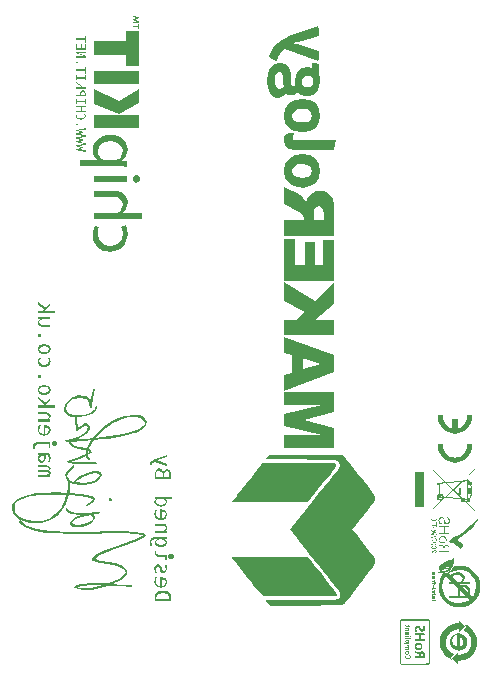
<source format=gbr>
G04 start of page 9 for group -4078 idx -4078 *
G04 Title: (unknown), bottomsilk *
G04 Creator: pcb 1.99z *
G04 CreationDate: Fri May 13 00:02:03 2016 UTC *
G04 For: matt *
G04 Format: Gerber/RS-274X *
G04 PCB-Dimensions (mil): 2500.00 3000.00 *
G04 PCB-Coordinate-Origin: lower left *
%MOIN*%
%FSLAX25Y25*%
%LNBOTTOMSILK*%
%ADD70C,0.0161*%
%ADD69C,0.0001*%
G54D69*G36*
X149320Y129150D02*X146586Y129978D01*
Y135336D01*
X163144Y129115D01*
Y123534D01*
X146586Y117309D01*
Y122534D01*
X149320Y123340D01*
Y129150D01*
X152901Y128089D01*
Y124452D01*
X158853Y126261D01*
X152901Y128089D01*
X149320Y129150D01*
G37*
G36*
X163144Y135828D02*X146586D01*
Y140944D01*
X150627D01*
X153396Y143589D01*
X146586Y147080D01*
Y153381D01*
X156894Y147066D01*
X163144Y153109D01*
Y146304D01*
X156887Y140944D01*
X163144D01*
Y135828D01*
G37*
G36*
Y153906D02*X146586D01*
Y167867D01*
X150336D01*
Y159034D01*
X153600D01*
Y166997D01*
X156977D01*
Y159034D01*
X159609D01*
Y167619D01*
X163144D01*
Y153906D01*
G37*
G36*
X146586Y168954D02*Y174093D01*
X159801D01*
Y176342D01*
X159694Y177518D01*
X159372Y178250D01*
X158850Y178630D01*
X158141Y178759D01*
X157181Y178436D01*
X156662Y177606D01*
X156493Y176764D01*
X156435Y176250D01*
Y174093D01*
X153306D01*
Y174545D01*
X152922Y175799D01*
X152457Y176233D01*
X151647Y176726D01*
X146586Y179461D01*
Y185241D01*
X151383Y182764D01*
X151822Y182493D01*
X152412Y182047D01*
X152964Y181574D01*
X153283Y181228D01*
X153894Y179897D01*
X154548Y181694D01*
X155266Y182612D01*
X156170Y183310D01*
X157265Y183750D01*
X158548Y183897D01*
X160010Y183706D01*
X161231Y183129D01*
X162159Y182239D01*
X162739Y181107D01*
X163044Y179574D01*
X163144Y177482D01*
Y168954D01*
X146586D01*
G37*
G36*
X152734Y196168D02*X155262Y195770D01*
X157098Y194642D01*
X158219Y192878D01*
X158597Y190574D01*
X158199Y188297D01*
X157047Y186530D01*
X155204Y185386D01*
X152734Y184981D01*
X150009Y185345D01*
X148065Y186420D01*
X146900Y188174D01*
X146512Y190574D01*
X149185D01*
X149424Y189596D01*
X150116Y188893D01*
X151224Y188469D01*
X152713Y188327D01*
X154048Y188466D01*
X155060Y188885D01*
X155700Y189587D01*
X155924Y190574D01*
X155700Y191530D01*
X155060Y192235D01*
X154048Y192670D01*
X152713Y192820D01*
X151224Y192686D01*
X150116Y192277D01*
X149424Y191578D01*
X149185Y190574D01*
X146512D01*
X146917Y192906D01*
X148107Y194668D01*
X150056Y195780D01*
X152734Y196168D01*
G37*
G36*
X146512Y200557D02*X146654Y201686D01*
X147029Y202580D01*
X147611Y202869D01*
X148324Y203087D01*
X149092Y203207D01*
X149836Y203208D01*
X149432Y201837D01*
X149481Y201415D01*
X149652Y201122D01*
X149982Y200949D01*
X150510Y200894D01*
X163719D01*
X163554Y199013D01*
X163068Y197638D01*
X149971D01*
X148587Y197778D01*
X147493Y198254D01*
X146772Y199154D01*
X146512Y200557D01*
G37*
G36*
X152734Y214564D02*X155262Y214165D01*
X157098Y213038D01*
X158219Y211274D01*
X158597Y208970D01*
X158199Y206693D01*
X157047Y204925D01*
X155204Y203782D01*
X152734Y203376D01*
X150009Y203741D01*
X148065Y204816D01*
X146900Y206569D01*
X146512Y208970D01*
X149185D01*
X149424Y207993D01*
X150116Y207290D01*
X151224Y206866D01*
X152713Y206723D01*
X154048Y206862D01*
X155060Y207281D01*
X155700Y207983D01*
X155924Y208970D01*
X155700Y209928D01*
X155060Y210632D01*
X154048Y211067D01*
X152713Y211216D01*
X151224Y211082D01*
X150116Y210674D01*
X149424Y209974D01*
X149185Y208970D01*
X146512D01*
X146917Y211302D01*
X148107Y213064D01*
X150056Y214176D01*
X152734Y214564D01*
G37*
G36*
X151095Y216998D02*X150937D01*
X150697Y216483D01*
X150286Y216069D01*
X149724Y215796D01*
X149028Y215696D01*
X148017Y215920D01*
X147344Y216617D01*
X147186D01*
X145896Y218116D01*
X146468Y218683D01*
X146307Y219524D01*
X146265Y220617D01*
X146201Y222061D01*
X145993Y222962D01*
X145631Y223427D01*
X145097Y223559D01*
X144400Y223372D01*
X143919Y222828D01*
X143639Y221948D01*
X143547Y220751D01*
X143619Y219637D01*
X143870Y218737D01*
X144353Y218138D01*
X145120Y217921D01*
X145896Y218116D01*
X147186Y216617D01*
X146872Y215920D01*
X146319Y215372D01*
X145560Y215015D01*
X144626Y214888D01*
X142956Y215281D01*
X141843Y216404D01*
X141224Y218166D01*
X141031Y220481D01*
X141269Y223027D01*
X142017Y224951D01*
X143335Y226167D01*
X145276Y226591D01*
X147089Y226182D01*
X148186Y225044D01*
X148727Y223302D01*
X148871Y221088D01*
X148903Y220111D01*
X149017Y219408D01*
X149250Y218983D01*
X149634Y218841D01*
X150047Y218939D01*
X150375Y219223D01*
X152701Y219588D01*
X153058Y218999D01*
X153630Y218644D01*
X154397Y218527D01*
X155156Y218644D01*
X155728Y218999D01*
X156091Y219588D01*
X156217Y220414D01*
X156095Y221217D01*
X155737Y221800D01*
X155165Y222157D01*
X154397Y222278D01*
X153640Y222160D01*
X153066Y221809D01*
X152705Y221226D01*
X152578Y220414D01*
X152701Y219588D01*
X150375Y219223D01*
X150253Y219743D01*
X150196Y220481D01*
X150468Y222479D01*
X151260Y223984D01*
X152538Y224934D01*
X154263Y225265D01*
X155127Y225172D01*
X155655Y224930D01*
X155767D01*
Y226547D01*
X157009Y226452D01*
X158148Y226143D01*
Y222907D01*
X158474Y221795D01*
X158597Y220414D01*
X158333Y218457D01*
X157542Y216915D01*
X156228Y215903D01*
X154397Y215539D01*
X153398Y215618D01*
X152485Y215872D01*
X151703Y216324D01*
X151095Y216998D01*
G37*
G36*
X149185Y233284D02*Y233104D01*
X150902Y232828D01*
X152330Y232452D01*
X158081Y230386D01*
X158217Y229884D01*
X158283Y229015D01*
X158160Y227804D01*
X157834Y227017D01*
X146782Y231104D01*
X145932Y230402D01*
X145187Y229535D01*
X144577Y228485D01*
X144131Y227241D01*
X143331Y227411D01*
X142576Y227737D01*
X141914Y228185D01*
X141390Y228724D01*
X143106Y232026D01*
X145748Y234318D01*
X148989Y235866D01*
X152734Y237148D01*
X157834Y238787D01*
X158160Y238006D01*
X158283Y236855D01*
X158217Y236003D01*
X158081Y235507D01*
X152397Y233846D01*
X150876Y233514D01*
X149185Y233284D01*
G37*
G36*
X83530Y172311D02*X85041Y171968D01*
X84672Y170947D01*
X84492Y169496D01*
X84779Y167969D01*
X85602Y166750D01*
X86906Y165943D01*
X88634Y165651D01*
X90264Y165905D01*
X91595Y166655D01*
X92494Y167881D01*
X92822Y169565D01*
X92779Y170326D01*
X92663Y170964D01*
X92495Y171487D01*
X92296Y171900D01*
X93852Y172357D01*
X94242Y171202D01*
X94425Y169565D01*
X94312Y168272D01*
X93985Y167109D01*
X93463Y166093D01*
X92763Y165233D01*
X91903Y164544D01*
X90900Y164035D01*
X89774Y163722D01*
X88542Y163614D01*
X87327Y163714D01*
X86227Y164006D01*
X85259Y164478D01*
X84435Y165119D01*
X83770Y165917D01*
X83278Y166859D01*
X82972Y167933D01*
X82867Y169130D01*
X82932Y170180D01*
X83096Y171081D01*
X83311Y171801D01*
X83530Y172311D01*
G37*
G36*
X99369Y174440D02*X83118D01*
Y176454D01*
X89801D01*
X90325Y176480D01*
X90763Y176592D01*
X91541Y176984D01*
X92182Y177590D01*
X92617Y178371D01*
X92777Y179292D01*
X92513Y180494D01*
X91798Y181287D01*
X90750Y181722D01*
X89481Y181856D01*
X83118D01*
Y183870D01*
X89710D01*
X91011Y183765D01*
X92063Y183474D01*
X92889Y183038D01*
X93512Y182494D01*
X93956Y181880D01*
X94244Y181234D01*
X94401Y180595D01*
X94447Y180002D01*
X94290Y178912D01*
X93875Y177942D01*
X93252Y177109D01*
X92457Y176500D01*
Y176454D01*
X99369D01*
Y174440D01*
G37*
G36*
X83118Y186915D02*Y188929D01*
X94196D01*
Y186915D01*
X83118D01*
G37*
G36*
X97308Y189157D02*X97805Y189070D01*
X98204Y188822D01*
X98471Y188433D01*
X98567Y187921D01*
X98471Y187416D01*
X98204Y187018D01*
X97805Y186757D01*
X97308Y186663D01*
X96826Y186752D01*
X96433Y187002D01*
X96169Y187387D01*
X96073Y187876D01*
X96169Y188417D01*
X96433Y188825D01*
X96826Y189079D01*
X97308Y189157D01*
G37*
G36*
X90580Y192041D02*X78587D01*
Y194033D01*
X84606D01*
Y194078D01*
X83871Y194684D01*
X83325Y195483D01*
X82984Y196430D01*
X82867Y197489D01*
X82959Y198453D01*
X83237Y199376D01*
X83700Y200228D01*
X84349Y200984D01*
X85185Y201618D01*
X86208Y202104D01*
X87418Y202414D01*
X88817Y202524D01*
X90025Y202432D01*
X91117Y202167D01*
X92078Y201745D01*
X92894Y201181D01*
X93553Y200493D01*
X94041Y199694D01*
X94344Y198802D01*
X94447Y197832D01*
X94301Y196569D01*
X93878Y195494D01*
X93202Y194603D01*
X92296Y193895D01*
X91378Y194616D01*
X92165Y195322D01*
X92668Y196213D01*
X92845Y197213D01*
X92514Y198626D01*
X91618Y199660D01*
X90306Y200294D01*
X88726Y200509D01*
X86985Y200283D01*
X85634Y199625D01*
X84757Y198568D01*
X84446Y197145D01*
X84618Y196116D01*
X85102Y195231D01*
X85846Y194548D01*
X86803Y194124D01*
X87628Y194033D01*
X89527D01*
X89948Y194075D01*
X90351Y194170D01*
X91378Y194616D01*
X92296Y193895D01*
Y193849D01*
X94196Y193757D01*
Y191950D01*
X92526Y192013D01*
X90580Y192041D01*
G37*
G36*
X98373Y209233D02*Y204696D01*
X83118D01*
Y209233D01*
X98373D01*
G37*
G36*
X78009Y197704D02*X80424Y197403D01*
Y196991D01*
X77251Y197461D01*
Y197861D01*
X79222Y198285D01*
X77251Y198708D01*
Y199109D01*
X80424Y199578D01*
Y199167D01*
X77869Y198865D01*
X79692Y198502D01*
Y198060D01*
X78009Y197704D01*
G37*
G36*
Y200292D02*X80424Y199989D01*
Y199578D01*
X77251Y200047D01*
Y200447D01*
X79222Y200871D01*
X77251Y201294D01*
Y201695D01*
X80424Y202164D01*
Y201752D01*
X77869Y201451D01*
X79692Y201089D01*
Y200646D01*
X78009Y200292D01*
G37*
G36*
Y202878D02*X80424Y202577D01*
Y202164D01*
X77251Y202633D01*
Y203034D01*
X79222Y203457D01*
X77251Y203881D01*
Y204281D01*
X80424Y204750D01*
Y204338D01*
X77869Y204037D01*
X79692Y203674D01*
Y203232D01*
X78009Y202878D01*
G37*
G36*
X77606Y205697D02*X77451Y205713D01*
X77350Y205795D01*
X77251Y206036D01*
X77350Y206277D01*
X77449Y206330D01*
X77606Y206377D01*
X77865Y206277D01*
X77963Y206036D01*
X77865Y205795D01*
X77737Y205694D01*
X77606Y205697D01*
G37*
G36*
X93993Y233686D02*Y237150D01*
X98373D01*
Y225673D01*
X93993D01*
Y229148D01*
X83118D01*
Y233686D01*
X93993D01*
G37*
G36*
X98322Y237872D02*X97988D01*
Y238511D01*
X96298D01*
Y238914D01*
X97988D01*
Y239560D01*
X98322D01*
Y237872D01*
G37*
G36*
X96298Y242149D02*X98322Y241992D01*
Y241413D01*
X97319Y241062D01*
X96820Y240922D01*
Y240915D01*
X97333Y240781D01*
X98322Y240431D01*
Y239827D01*
X96298Y239680D01*
Y240066D01*
X97488Y240140D01*
X98056Y240156D01*
Y240178D01*
X97757Y240252D01*
X97481Y240319D01*
X96329Y240683D01*
Y241100D01*
X97452Y241465D01*
X98056Y241634D01*
Y241658D01*
X97488Y241672D01*
X96298Y241746D01*
Y242149D01*
G37*
G36*
X98373Y217939D02*Y213279D01*
X91545Y209368D01*
X83118Y212820D01*
Y217917D01*
X91456Y213916D01*
X98373Y217939D01*
G37*
G36*
Y223996D02*Y219459D01*
X83118D01*
Y223996D01*
X98373D01*
G37*
G36*
X77411Y209588D02*X77838D01*
X77708Y209400D01*
X77647Y209259D01*
X77582Y208898D01*
X77642Y208507D01*
X77895Y208276D01*
X78272Y208120D01*
X78837Y208069D01*
X79377Y208095D01*
X79779Y208276D01*
X79995Y208522D01*
X80092Y208898D01*
X80064Y209048D01*
X80020Y209256D01*
X79803Y209588D01*
X80260D01*
X80306Y209396D01*
X80386Y209256D01*
X80424Y208898D01*
X80311Y208346D01*
X80004Y207963D01*
X79488Y207704D01*
X78837Y207627D01*
X78146Y207693D01*
X77665Y207963D01*
X77355Y208350D01*
X77251Y208898D01*
X77256Y209051D01*
X77288Y209256D01*
X77411Y209588D01*
G37*
G36*
X79227Y210637D02*X80424D01*
Y210210D01*
X77251D01*
Y210637D01*
X78895D01*
Y211796D01*
X77251D01*
Y212223D01*
X80424D01*
Y211796D01*
X79227D01*
Y210637D01*
G37*
G36*
X80092Y214656D02*X80424D01*
Y212921D01*
X80092D01*
Y213576D01*
X77582D01*
Y212921D01*
X77251D01*
Y214656D01*
X77582D01*
Y214000D01*
X80092D01*
Y214656D01*
G37*
G36*
X80424Y216411D02*Y215496D01*
X77251D01*
Y215919D01*
X78651D01*
Y216411D01*
X78687Y216850D01*
X78876Y217209D01*
X79142Y217384D01*
X79539Y217476D01*
X79920Y217385D01*
X80199Y217204D01*
X80368Y216857D01*
X80424Y216411D01*
X80092D01*
X79948Y216869D01*
X79761Y216961D01*
X79539Y217033D01*
X79283Y216983D01*
X79128Y216869D01*
X78982Y216411D01*
Y215919D01*
X80092D01*
Y216411D01*
X80424D01*
G37*
G36*
X79013Y218383D02*X80424D01*
Y217956D01*
X77251D01*
Y218383D01*
X78490D01*
X78837Y218707D01*
X77251Y219726D01*
Y220241D01*
X79123Y218985D01*
X80424Y220203D01*
Y219707D01*
X79013Y218383D01*
G37*
G36*
X80092Y222415D02*X80424D01*
Y220680D01*
X80092D01*
Y221336D01*
X77582D01*
Y220680D01*
X77251D01*
Y222415D01*
X77582D01*
Y221760D01*
X80092D01*
Y222415D01*
G37*
G36*
Y225330D02*X80424D01*
Y222942D01*
X80092D01*
Y223926D01*
X77251D01*
Y224350D01*
X80092D01*
Y225330D01*
G37*
G36*
X77606Y226375D02*X77451Y226390D01*
X77350Y226474D01*
X77251Y226715D01*
X77350Y226955D01*
X77449Y227009D01*
X77606Y227054D01*
X77865Y226955D01*
X77963Y226715D01*
X77865Y226474D01*
X77737Y226372D01*
X77606Y226375D01*
G37*
G36*
X77811Y229887D02*X80424Y228830D01*
Y228292D01*
X77251D01*
Y228704D01*
X79864D01*
X77251Y229761D01*
Y230295D01*
X80424D01*
Y229887D01*
X77811D01*
G37*
G36*
X80092Y232858D02*X80424D01*
Y231000D01*
X77251D01*
Y232900D01*
X77582D01*
Y231424D01*
X78895D01*
Y232797D01*
X79227D01*
Y231424D01*
X80092D01*
Y232858D01*
G37*
G36*
Y235661D02*X80424D01*
Y233274D01*
X80092D01*
Y234258D01*
X77251D01*
Y234681D01*
X80092D01*
Y235661D01*
G37*
G36*
X205419Y64548D02*X205276Y64893D01*
X204859Y65270D01*
X204259Y65653D01*
X203566Y66019D01*
X202871Y66345D01*
X202263Y66608D01*
X201832Y66782D01*
X201669Y66846D01*
X202868Y68381D01*
X204169Y69007D01*
X205718Y69972D01*
X207364Y71194D01*
X208954Y72594D01*
X209306Y72917D01*
X209655Y73257D01*
X209987Y73593D01*
X210291Y73908D01*
X210550Y74186D01*
X210752Y74406D01*
X210884Y74551D01*
X210930Y74604D01*
X211080Y74495D01*
X211271Y74367D01*
X211195Y74202D01*
X211098Y74036D01*
X211013Y73908D01*
X210978Y73857D01*
X209902Y72337D01*
X208556Y70881D01*
X207011Y69505D01*
X205612Y68413D01*
X204600Y67692D01*
X204210Y67432D01*
X204358Y67362D01*
X204744Y67173D01*
X205283Y66893D01*
X205885Y66554D01*
X206309Y66012D01*
X206322Y65805D01*
X206244Y65571D01*
X206105Y65328D01*
X205930Y65092D01*
X205747Y64878D01*
X205583Y64707D01*
X205465Y64590D01*
X205419Y64548D01*
G37*
G36*
X198141Y63400D02*Y63727D01*
X201413D01*
Y64654D01*
X201384Y65106D01*
X201287Y65344D01*
X201061Y65541D01*
X200748Y65610D01*
X200421Y65554D01*
X200198Y65391D01*
X200071Y65101D01*
X200029Y64673D01*
Y63727D01*
X199736D01*
Y64767D01*
X199702Y65114D01*
X199601Y65321D01*
X199378Y65434D01*
X198978Y65496D01*
X198506Y65536D01*
X198286Y65566D01*
X198141Y65614D01*
Y65978D01*
X198189D01*
X198310Y65902D01*
X198519Y65864D01*
X199054Y65818D01*
X199658Y65685D01*
X199881Y65372D01*
X200202Y65801D01*
X200756Y65948D01*
X201233Y65835D01*
X201561Y65511D01*
X201671Y65187D01*
X201706Y64588D01*
Y63400D01*
X198141D01*
G37*
G36*
X199423Y66414D02*X198853Y66490D01*
X198427Y66722D01*
X198164Y67093D01*
X198076Y67591D01*
X198334D01*
X198406Y67224D01*
X198620Y66948D01*
X198965Y66777D01*
X199423Y66720D01*
X199885Y66777D01*
X200229Y66948D01*
X200443Y67224D01*
X200515Y67591D01*
X200444Y67962D01*
X200231Y68237D01*
X199887Y68408D01*
X199423Y68465D01*
X198961Y68408D01*
X198617Y68237D01*
X198405Y67962D01*
X198334Y67591D01*
X198076D01*
X198164Y68094D01*
X198428Y68467D01*
X198854Y68700D01*
X199423Y68777D01*
X199996Y68699D01*
X200424Y68467D01*
X200690Y68093D01*
X200779Y67591D01*
X200690Y67093D01*
X200424Y66722D01*
X199996Y66490D01*
X199423Y66414D01*
G37*
G36*
X198141Y69373D02*Y69700D01*
X199866D01*
Y71738D01*
X198141D01*
Y72070D01*
X201706D01*
Y71738D01*
X200159D01*
Y69700D01*
X201706D01*
Y69373D01*
X198141D01*
G37*
G36*
X199219Y72694D02*X199196D01*
X198704Y72779D01*
X198340Y73038D01*
X198116Y73454D01*
X198041Y74017D01*
X198110Y74526D01*
X198317Y74915D01*
X198644Y75160D01*
X199072Y75243D01*
X199444Y75180D01*
X199726Y74994D01*
X199943Y74651D01*
X200118Y74127D01*
X200222Y73710D01*
X200446Y73246D01*
X200831Y73105D01*
X201330Y73320D01*
X201507Y73928D01*
X201455Y74298D01*
X201300Y74574D01*
X201050Y74748D01*
X200713Y74812D01*
Y75143D01*
X201170Y75058D01*
X201512Y74820D01*
X201727Y74443D01*
X201798Y73943D01*
X201733Y73465D01*
X201536Y73095D01*
X201233Y72857D01*
X200841Y72779D01*
X200494Y72831D01*
X200234Y72988D01*
X200036Y73281D01*
X199876Y73744D01*
X199791Y74083D01*
X199503Y74748D01*
X199039Y74916D01*
X198744Y74855D01*
X198522Y74677D01*
X198334Y74023D01*
X198393Y73601D01*
X198566Y73286D01*
X198846Y73089D01*
X199219Y73020D01*
Y72694D01*
G37*
G36*
X196109Y69043D02*X195806Y69190D01*
X195697Y69508D01*
X195796Y69826D01*
X196081Y70032D01*
X196588Y70101D01*
X197054Y70031D01*
X197302Y69829D01*
X197389Y69533D01*
X197235Y69161D01*
X196829Y69012D01*
X196436Y69154D01*
X196287Y69502D01*
X196348Y69731D01*
X196505Y69898D01*
X196565Y69784D01*
X196467Y69552D01*
X196565Y69316D01*
X196822Y69221D01*
X197110Y69322D01*
X197220Y69557D01*
X197117Y69782D01*
X196839Y69875D01*
X196565Y69784D01*
X196505Y69898D01*
X196465Y69899D01*
X196216Y69869D01*
X196022Y69793D01*
X195908Y69677D01*
X195865Y69513D01*
X195927Y69332D01*
X196126Y69238D01*
X196109Y69043D01*
G37*
G36*
X195697Y68274D02*Y68437D01*
X197410Y68916D01*
Y68754D01*
X195697Y68274D01*
G37*
G36*
X195921Y68152D02*Y67339D01*
X196032Y67425D01*
X196239Y67660D01*
X196531Y67974D01*
X196733Y68109D01*
X196928Y68148D01*
X197256Y68011D01*
X197388Y67633D01*
X197266Y67257D01*
X196910Y67096D01*
X196888Y67305D01*
X197131Y67394D01*
X197221Y67629D01*
X197137Y67854D01*
X196933Y67941D01*
X196689Y67846D01*
X196338Y67481D01*
X196087Y67215D01*
X195867Y67081D01*
X195726Y67057D01*
Y68152D01*
X195921D01*
G37*
G36*
X196543Y65796D02*X196141Y65837D01*
X195869Y65960D01*
X195697Y66336D01*
X195865D01*
X195999Y66101D01*
X196543Y66006D01*
X197101Y66111D01*
X197221Y66334D01*
X197086Y66572D01*
X196543Y66667D01*
X196000Y66572D01*
X195865Y66336D01*
X195697D01*
X195795Y66638D01*
X196071Y66817D01*
X196543Y66876D01*
X196934Y66839D01*
X197180Y66736D01*
X197334Y66570D01*
X197389Y66336D01*
X197291Y66036D01*
X197015Y65858D01*
X196543Y65796D01*
G37*
G36*
Y64510D02*X196141Y64550D01*
X195869Y64674D01*
X195697Y65050D01*
X195865D01*
X195999Y64815D01*
X196543Y64719D01*
X197101Y64824D01*
X197221Y65048D01*
X197086Y65285D01*
X196543Y65381D01*
X196000Y65285D01*
X195865Y65050D01*
X195697D01*
X195795Y65351D01*
X196071Y65530D01*
X196543Y65589D01*
X196934Y65553D01*
X197180Y65449D01*
X197334Y65284D01*
X197389Y65050D01*
X197291Y64750D01*
X197015Y64571D01*
X196543Y64510D01*
G37*
G36*
X195921Y64293D02*Y63479D01*
X196032Y63566D01*
X196239Y63801D01*
X196531Y64113D01*
X196733Y64248D01*
X196928Y64290D01*
X197256Y64151D01*
X197388Y63774D01*
X197266Y63398D01*
X196910Y63237D01*
X196888Y63445D01*
X197131Y63534D01*
X197221Y63769D01*
X197137Y63994D01*
X196933Y64081D01*
X196689Y63986D01*
X196338Y63621D01*
X196087Y63355D01*
X195867Y63221D01*
X195726Y63198D01*
Y64293D01*
X195921D01*
G37*
G36*
X195697Y71489D02*Y71652D01*
X197410Y72131D01*
Y71969D01*
X195697Y71489D01*
G37*
G36*
X196306Y75033D02*X195991Y74861D01*
X195885Y74550D01*
X195963Y74269D01*
X196198Y74077D01*
X196567Y74015D01*
X196885Y74067D01*
X197131Y74247D01*
X197222Y74567D01*
X197140Y74843D01*
X196876Y75009D01*
X196928Y75226D01*
X197283Y74989D01*
X197410Y74571D01*
X197310Y74170D01*
X197017Y73888D01*
X196567Y73789D01*
X196122Y73878D01*
X195807Y74132D01*
X195697Y74567D01*
X195840Y75005D01*
X196251Y75254D01*
X196306Y75033D01*
G37*
G36*
X195726Y72315D02*Y73550D01*
X195921D01*
Y72533D01*
X196485D01*
Y73450D01*
X196679D01*
Y72533D01*
X197186D01*
Y73511D01*
X197382D01*
Y72315D01*
X195726D01*
G37*
G36*
X196159Y70299D02*X195824Y70462D01*
X195697Y70830D01*
X195899Y71265D01*
X196287Y71396D01*
X196674Y71248D01*
X196824Y70881D01*
X196720Y70567D01*
X197165Y70658D01*
Y71319D01*
X197359D01*
Y70495D01*
X196508Y70334D01*
X196484Y70525D01*
X196600Y70650D01*
X196644Y70827D01*
X196543Y71083D01*
X196269Y71180D01*
X195976Y71079D01*
X195865Y70830D01*
X195943Y70622D01*
X196177Y70512D01*
X196159Y70299D01*
G37*
G36*
X198653Y82223D02*X198807Y82192D01*
X198933Y82107D01*
X199018Y81981D01*
X199049Y81827D01*
X199018Y81673D01*
X198933Y81547D01*
X198807Y81462D01*
X198653Y81431D01*
X198499Y81462D01*
X198373Y81547D01*
X198289Y81673D01*
X198257Y81827D01*
X198289Y81981D01*
X198373Y82107D01*
X198499Y82192D01*
X198653Y82223D01*
G37*
G36*
X198848Y80672D02*X198653Y80655D01*
X198417Y80679D01*
X198196Y80747D01*
X197998Y80855D01*
X197824Y80998D01*
X198222Y81396D01*
X198312Y81322D01*
X198416Y81266D01*
X198530Y81230D01*
X198653Y81218D01*
X198776Y81230D01*
X198891Y81266D01*
X198994Y81322D01*
X199084Y81396D01*
X199158Y81487D01*
X199215Y81590D01*
X199250Y81704D01*
X199262Y81827D01*
X199250Y81950D01*
X199215Y82065D01*
X199158Y82168D01*
X199084Y82258D01*
X198994Y82333D01*
X198891Y82389D01*
X198776Y82424D01*
X198653Y82437D01*
X198530Y82424D01*
X198416Y82389D01*
X198312Y82333D01*
X198222Y82258D01*
X198148Y82168D01*
X198091Y82065D01*
X198056Y81950D01*
X198043Y81827D01*
X198056Y81704D01*
X198091Y81590D01*
X198148Y81487D01*
X198222Y81396D01*
X197824Y80998D01*
X197681Y81172D01*
X197573Y81371D01*
X197505Y81591D01*
X197481Y81827D01*
X197526Y82151D01*
X197654Y82440D01*
X197851Y82682D01*
X198105Y82864D01*
Y85730D01*
X197493D01*
Y86483D01*
X198107D01*
X198129Y86548D01*
X198171Y86604D01*
X198227Y86645D01*
X198291Y86664D01*
X200163Y86825D01*
X196094Y90820D01*
X196328Y91058D01*
X200598Y86862D01*
X205856Y87315D01*
X205900Y86910D01*
X203179Y84326D01*
X202939Y84099D01*
X202706Y84328D01*
X200545Y86449D01*
X198512Y86274D01*
Y82991D01*
X198653Y82999D01*
X199078Y82919D01*
X199435Y82700D01*
X199691Y82372D01*
X199817Y81964D01*
X200177Y81931D01*
X202706Y84328D01*
X202939Y84099D01*
X200614Y81890D01*
X205531Y81432D01*
Y81478D01*
X205610D01*
X202939Y84099D01*
X203179Y84326D01*
X202946Y84556D01*
X205382Y86866D01*
X200980Y86487D01*
X202946Y84556D01*
X203179Y84326D01*
X204735Y82798D01*
Y84953D01*
X205548D01*
Y82460D01*
X205078D01*
X206078Y81478D01*
X206950D01*
Y81299D01*
X207566Y81243D01*
Y87054D01*
X205900Y86910D01*
X205856Y87315D01*
X210067Y91306D01*
X210530D01*
X206374Y87360D01*
X207583Y87463D01*
Y87954D01*
X207989D01*
Y87522D01*
X208069Y87492D01*
X208300Y87357D01*
X208498Y87172D01*
X208193Y86924D01*
X207989Y87087D01*
Y86682D01*
X208359D01*
X208193Y86924D01*
X208498Y87172D01*
X208666Y86945D01*
X208806Y86682D01*
X209075D01*
Y85987D01*
X209033D01*
X209132Y85434D01*
X209185Y84885D01*
X209346D01*
Y82884D01*
X208346D01*
Y84885D01*
X208768D01*
X208752Y84478D01*
Y83291D01*
X208939D01*
Y84478D01*
X208752D01*
X208768Y84885D01*
X208710Y85435D01*
X208608Y85987D01*
X207989D01*
Y81258D01*
X208276Y81489D01*
X208487Y81871D01*
X208632Y82353D01*
X208726Y82884D01*
X209140D01*
X209050Y82346D01*
X208906Y81835D01*
X208698Y81392D01*
X208413Y81049D01*
X208498Y80965D01*
X208564Y80863D01*
X208606Y80748D01*
X208620Y80622D01*
X208609Y80513D01*
X208578Y80411D01*
X208528Y80319D01*
X208461Y80239D01*
X208381Y80172D01*
X208289Y80122D01*
X208187Y80091D01*
X208078Y80080D01*
X207968Y80091D01*
X207867Y80122D01*
X207775Y80172D01*
X207695Y80239D01*
X207628Y80319D01*
X207578Y80411D01*
X207546Y80513D01*
X207535Y80622D01*
X207578Y80832D01*
X206950Y80891D01*
Y80620D01*
X210585Y77048D01*
X210121D01*
X206950Y80161D01*
Y80096D01*
X205531D01*
Y81023D01*
X205897Y80989D01*
Y80453D01*
X206584D01*
Y80520D01*
X206129Y80967D01*
X205897Y80989D01*
X205531Y81023D01*
X200222Y81518D01*
X196367Y77857D01*
X196135Y78100D01*
X198848Y80672D01*
G37*
G36*
X193211Y90157D02*Y78369D01*
X190341D01*
Y90157D01*
X193211D01*
G37*
G36*
X204402Y104724D02*X205046Y104926D01*
X205639Y105230D01*
X206169Y105624D01*
X206626Y106101D01*
X206998Y106646D01*
X207278Y107252D01*
X207454Y107907D01*
X207515Y108602D01*
X207475Y109160D01*
X209143D01*
X209171Y108602D01*
X209056Y107470D01*
X208727Y106414D01*
X208207Y105458D01*
X207519Y104625D01*
X206685Y103937D01*
X205730Y103418D01*
X204675Y103089D01*
X203543Y102974D01*
X202412Y103089D01*
X201356Y103418D01*
X200400Y103937D01*
X199567Y104625D01*
X198879Y105458D01*
X198359Y106414D01*
X198030Y107470D01*
X197915Y108602D01*
X197943Y109160D01*
X199611D01*
X199571Y108602D01*
X199632Y107907D01*
X199808Y107252D01*
X200087Y106646D01*
X200461Y106101D01*
X200917Y105624D01*
X201447Y105230D01*
X202038Y104926D01*
X202682Y104724D01*
Y107975D01*
X204402D01*
Y104724D01*
G37*
G36*
X199611Y99487D02*X199571Y98931D01*
X199652Y98131D01*
X199884Y97386D01*
X200250Y96711D01*
X200737Y96123D01*
X201325Y95637D01*
X202000Y95269D01*
X202744Y95037D01*
X203543Y94956D01*
X204341Y95037D01*
X205086Y95269D01*
X205761Y95637D01*
X206349Y96123D01*
X206835Y96711D01*
X207202Y97386D01*
X207434Y98131D01*
X207515Y98931D01*
X207475Y99487D01*
X209143D01*
X209171Y98931D01*
X209056Y97798D01*
X208727Y96742D01*
X208207Y95787D01*
X207519Y94953D01*
X206685Y94264D01*
X205730Y93744D01*
X204675Y93416D01*
X203543Y93301D01*
X202412Y93416D01*
X201356Y93744D01*
X200400Y94264D01*
X199567Y94953D01*
X198879Y95787D01*
X198359Y96742D01*
X198030Y97798D01*
X197915Y98931D01*
X197943Y99487D01*
X199611D01*
G37*
G36*
X141712Y80113D02*Y80112D01*
X128959Y80109D01*
X129422Y80697D01*
X129717Y81067D01*
X130178Y81639D01*
X130741Y82337D01*
X131344Y83083D01*
X131945Y83825D01*
X132501Y84518D01*
X132950Y85085D01*
X133229Y85448D01*
X133485Y85778D01*
X133864Y86259D01*
X134315Y86825D01*
X134787Y87413D01*
X135269Y88007D01*
X135742Y88596D01*
X136154Y89108D01*
X136450Y89480D01*
X137614Y90936D01*
X138811Y92428D01*
X139375Y93128D01*
X151559Y93129D01*
X155080Y93128D01*
X157871Y93123D01*
X160014Y93114D01*
X161590Y93099D01*
X162685Y93076D01*
X163377Y93045D01*
X163751Y93004D01*
X163888Y92955D01*
X164002Y92770D01*
X164009Y92533D01*
X163865Y92170D01*
X163522Y91616D01*
X162933Y90797D01*
X162049Y89645D01*
X160824Y88091D01*
X159210Y86066D01*
X154465Y80116D01*
X141712Y80113D01*
G37*
G36*
X151815Y94346D02*X140404Y94347D01*
X141566Y95919D01*
X153604Y95924D01*
X157515D01*
X160478Y95922D01*
X162634Y95913D01*
X164121Y95896D01*
X165077Y95867D01*
X165641Y95823D01*
X165952Y95764D01*
X166148Y95685D01*
X166489Y95494D01*
X166823Y95196D01*
X167310Y94626D01*
X168105Y93617D01*
X168505Y93105D01*
X169000Y92474D01*
X169524Y91808D01*
X170016Y91184D01*
X170505Y90561D01*
X171020Y89909D01*
X171501Y89298D01*
X171885Y88811D01*
X172272Y88320D01*
X172759Y87705D01*
X173281Y87043D01*
X173780Y86415D01*
X174554Y85437D01*
X175167Y84659D01*
X175640Y84051D01*
X175992Y83586D01*
X176246Y83237D01*
X176421Y82978D01*
X176536Y82778D01*
X176614Y82615D01*
X176743Y82099D01*
X176787Y81456D01*
X176749Y80818D01*
X176624Y80320D01*
X176411Y79989D01*
X175954Y79381D01*
X175321Y78580D01*
X174578Y77676D01*
X173808Y76747D01*
X173096Y75883D01*
X172520Y75178D01*
X172161Y74733D01*
X171858Y74350D01*
X171432Y73815D01*
X170939Y73202D01*
X170435Y72582D01*
X169975Y72008D01*
X169599Y71525D01*
X169343Y71184D01*
X169249Y71036D01*
X169761Y70346D01*
X171098Y68697D01*
X172954Y66458D01*
X175029Y63996D01*
X176029Y62788D01*
X176577Y61995D01*
X176802Y61377D01*
X176835Y60695D01*
X176770Y59967D01*
X176637Y59419D01*
X176476Y59135D01*
X176173Y58675D01*
X175770Y58100D01*
X175309Y57477D01*
X172803Y54169D01*
X170535Y51200D01*
X169994Y50494D01*
X169413Y49732D01*
X168863Y49007D01*
X168410Y48411D01*
X167595Y47359D01*
X166968Y46635D01*
X166466Y46172D01*
X166024Y45901D01*
X165822Y45831D01*
X165480Y45778D01*
X164876Y45738D01*
X163891Y45710D01*
X162403Y45692D01*
X160291Y45682D01*
X157432Y45677D01*
X153708Y45676D01*
X141880Y45673D01*
X141541Y46115D01*
X141202Y46543D01*
X140865Y46952D01*
X140630Y47254D01*
X140531Y47422D01*
X141432Y47452D01*
X143885Y47475D01*
X147515Y47491D01*
X151947Y47497D01*
X155238Y47499D01*
X157859Y47504D01*
X159893Y47514D01*
X161415Y47530D01*
X162506Y47552D01*
X163243Y47584D01*
X163705Y47626D01*
X163971Y47678D01*
X164641Y47982D01*
X165063Y48426D01*
X165241Y49013D01*
X165175Y49750D01*
X165050Y50121D01*
X164804Y50562D01*
X164381Y51160D01*
X163725Y52000D01*
X163196Y52661D01*
X162722Y53250D01*
X162356Y53699D01*
X162147Y53947D01*
X161836Y54322D01*
X161460Y54799D01*
X161094Y55266D01*
X160409Y56133D01*
X159504Y57276D01*
X158475Y58572D01*
X156563Y60978D01*
X155027Y62911D01*
X153826Y64423D01*
X152920Y65567D01*
X152267Y66391D01*
X151828Y66949D01*
X151558Y67292D01*
X151419Y67473D01*
X151228Y67718D01*
X150884Y68150D01*
X150435Y68706D01*
X149931Y69328D01*
X149447Y69937D01*
X149050Y70466D01*
X148783Y70856D01*
X148684Y71052D01*
X148701Y71144D01*
X148805Y71328D01*
X149080Y71710D01*
X149607Y72395D01*
X150473Y73490D01*
X151760Y75100D01*
X153549Y77332D01*
X155924Y80294D01*
X158042Y82932D01*
X159846Y85186D01*
X161148Y86816D01*
X161754Y87583D01*
X162041Y87948D01*
X162467Y88484D01*
X162976Y89120D01*
X163512Y89784D01*
X164424Y90931D01*
X164909Y91646D01*
X165087Y92154D01*
X165081Y92678D01*
X164952Y93255D01*
X164591Y93691D01*
X164150Y94007D01*
X163694Y94216D01*
X162790Y94274D01*
X160529Y94313D01*
X156881Y94337D01*
X151815Y94346D01*
G37*
G36*
X163144Y98237D02*X146586D01*
Y102428D01*
X159214D01*
X146586Y105650D01*
Y109443D01*
X159214Y112673D01*
X146586D01*
Y116863D01*
X163144D01*
Y110137D01*
X153070Y107561D01*
X163144Y104966D01*
Y98237D01*
G37*
G36*
X197090Y53113D02*X197128Y53144D01*
X197152Y53193D01*
X197160Y53258D01*
X197122Y53459D01*
X197341Y53446D01*
X197378Y53170D01*
X197367Y53046D01*
X197326Y52935D01*
X197254Y52855D01*
X197148Y52817D01*
X196961Y52807D01*
X196916D01*
Y52651D01*
X196803Y52646D01*
X196691Y52639D01*
Y52780D01*
X195947Y52746D01*
X195758Y52733D01*
X195761Y52895D01*
X195758Y53061D01*
X196691Y53095D01*
Y53370D01*
X196916Y53383D01*
Y53091D01*
X196958D01*
X197033Y53096D01*
X197090Y53113D01*
G37*
G36*
X196376Y56901D02*X196486Y56913D01*
X196694Y56874D01*
X196853Y56765D01*
X196948Y56588D01*
X196977Y56366D01*
X196942Y56130D01*
X196824Y55926D01*
X196607Y55789D01*
X196334Y55740D01*
X196092Y55782D01*
X195897Y55914D01*
X195788Y56122D01*
X195758Y56390D01*
X195768Y56560D01*
X195804Y56769D01*
X196046Y56811D01*
X195987Y56592D01*
X195970Y56420D01*
X195991Y56283D01*
X196057Y56163D01*
X196165Y56086D01*
X196306Y56060D01*
X196374Y56063D01*
X196508Y56072D01*
X196595Y56094D01*
X196663Y56130D01*
X196726Y56191D01*
X196771Y56274D01*
X196785Y56367D01*
X196776Y56444D01*
X196750Y56507D01*
X196706Y56556D01*
X196647Y56588D01*
X196588Y56604D01*
X196507Y56607D01*
X196508Y56072D01*
X196374Y56063D01*
X196376Y56901D01*
G37*
G36*
X196531Y51693D02*X196300Y51676D01*
X196305Y52069D01*
X196300Y52467D01*
X196531Y52483D01*
X196526Y52087D01*
X196531Y51693D01*
G37*
G36*
X196853Y55481D02*X196948Y55304D01*
X196977Y55082D01*
X196942Y54846D01*
X196824Y54644D01*
X196607Y54506D01*
X196334Y54456D01*
X196092Y54499D01*
X195897Y54631D01*
X195788Y54838D01*
X195758Y55107D01*
X195768Y55277D01*
X195804Y55486D01*
X196046Y55528D01*
X195987Y55308D01*
X195970Y55137D01*
X195991Y55000D01*
X196057Y54880D01*
X196165Y54803D01*
X196306Y54777D01*
X196374Y54779D01*
X196508Y54789D01*
X196595Y54811D01*
X196663Y54846D01*
X196726Y54907D01*
X196770Y54991D01*
X196785Y55083D01*
X196776Y55160D01*
X196750Y55225D01*
X196706Y55272D01*
X196647Y55305D01*
X196588Y55320D01*
X196507Y55324D01*
X196508Y54789D01*
X196374Y54779D01*
X196376Y55618D01*
X196486Y55629D01*
X196694Y55592D01*
X196853Y55481D01*
G37*
G36*
X196949Y54242D02*X196938Y54146D01*
X196905Y54061D01*
X196853Y53992D01*
X196761Y53917D01*
X196922Y53923D01*
X196920Y53767D01*
X196922Y53612D01*
X196813Y53614D01*
X196618Y53612D01*
X196302Y53602D01*
X195758Y53569D01*
X195761Y53739D01*
X195758Y53898D01*
X195893Y53894D01*
X196178Y53900D01*
X196381Y53916D01*
X196506Y53948D01*
X196606Y54014D01*
X196667Y54107D01*
X196686Y54224D01*
X196668Y54346D01*
X196938Y54336D01*
X196949Y54242D01*
G37*
G36*
X196853Y48717D02*X196948Y48541D01*
X196977Y48317D01*
X196942Y48081D01*
X196824Y47880D01*
X196607Y47742D01*
X196334Y47693D01*
X196092Y47735D01*
X195897Y47866D01*
X195788Y48074D01*
X195758Y48343D01*
X195768Y48513D01*
X195804Y48721D01*
X196046Y48763D01*
X195987Y48544D01*
X195970Y48373D01*
X195991Y48236D01*
X196057Y48116D01*
X196165Y48039D01*
X196306Y48013D01*
X196374Y48015D01*
X196508Y48024D01*
X196595Y48047D01*
X196663Y48083D01*
X196726Y48143D01*
X196770Y48226D01*
X196785Y48319D01*
X196776Y48397D01*
X196750Y48460D01*
X196706Y48508D01*
X196647Y48541D01*
X196588Y48556D01*
X196507Y48560D01*
X196508Y48024D01*
X196374Y48015D01*
X196376Y48854D01*
X196486Y48865D01*
X196694Y48828D01*
X196853Y48717D01*
G37*
G36*
X197320Y47235D02*X196454Y47206D01*
X195758Y47163D01*
X195761Y47339D01*
X195758Y47498D01*
X195971Y47502D01*
X196903Y47543D01*
X197320Y47570D01*
X197319Y47405D01*
X197320Y47235D01*
G37*
G36*
X197045Y49610D02*X196962Y49236D01*
X196822Y49124D01*
X196703Y49100D01*
X196794Y49187D01*
X196884Y49534D01*
X196831Y49702D01*
X196690Y49772D01*
X196565Y49657D01*
X196459Y49369D01*
X196317Y49083D01*
X196098Y48989D01*
X195844Y49093D01*
X195758Y49404D01*
X195890Y49737D01*
X195982Y49680D01*
X195936Y49470D01*
X196121Y49278D01*
X196328Y49556D01*
X196387Y49750D01*
X196119D01*
X195982Y49680D01*
X195890Y49737D01*
X195766D01*
Y50113D01*
X196713D01*
X196943Y49996D01*
X197045Y49610D01*
G37*
G36*
X197348Y51188D02*X197269D01*
X196958Y51180D01*
X196977Y50944D01*
X196940Y50674D01*
X196816Y50450D01*
X196586Y50293D01*
X196293Y50235D01*
X196084Y50267D01*
X195911Y50367D01*
X195799Y50530D01*
X195758Y50736D01*
X195773Y50865D01*
X195818Y50980D01*
X195885Y51069D01*
X195985Y51155D01*
X196085Y51039D01*
X196017Y50946D01*
X195994Y50831D01*
X196037Y50681D01*
X196152Y50583D01*
X196314Y50552D01*
X196497Y50587D01*
X196652Y50685D01*
X196738Y50830D01*
X196763Y51004D01*
X196740Y51167D01*
X196399Y51153D01*
X196204Y51111D01*
X196085Y51039D01*
X195985Y51155D01*
X195786Y51145D01*
X195788Y51302D01*
X195786Y51451D01*
X196557Y51474D01*
X197348Y51520D01*
X197346Y51353D01*
X197348Y51188D01*
G37*
G36*
X202544Y57728D02*X203062Y58687D01*
X204017Y58894D01*
X205015Y58966D01*
X206419Y58824D01*
X207726Y58419D01*
X208909Y57776D01*
X209939Y56926D01*
X210790Y55896D01*
X211432Y54713D01*
X211838Y53406D01*
X211978Y52003D01*
X211838Y50600D01*
X211432Y49292D01*
X210790Y48109D01*
X209939Y47078D01*
X208909Y46228D01*
X207726Y45586D01*
X206419Y45180D01*
X205015Y45039D01*
X203612Y45180D01*
X202305Y45586D01*
X201122Y46228D01*
X200091Y47078D01*
X199241Y48109D01*
X198599Y49292D01*
X198193Y50600D01*
X198051Y52003D01*
X198474Y54397D01*
X199643Y56433D01*
X200291Y56470D01*
X200632Y55558D01*
X199705Y53922D01*
X199370Y52003D01*
X199485Y50865D01*
X199814Y49806D01*
X200334Y48846D01*
X201024Y48011D01*
X201859Y47321D01*
X202818Y46801D01*
X203878Y46472D01*
X205015Y46357D01*
X206935Y46693D01*
X208571Y47619D01*
X200632Y55558D01*
X200291Y56470D01*
X201033Y56640D01*
X201459Y56386D01*
X209399Y48447D01*
X210326Y50083D01*
X210661Y52003D01*
X210546Y53140D01*
X210218Y54199D01*
X209696Y55159D01*
X209007Y55994D01*
X208172Y56683D01*
X207213Y57203D01*
X206153Y57533D01*
X205015Y57648D01*
X203096Y57312D01*
X201459Y56386D01*
X201033Y56640D01*
X201806Y57028D01*
X202544Y57728D01*
G37*
G36*
X205667Y56492D02*X206179Y56183D01*
X206541Y55787D01*
X206758Y55320D01*
X206830Y54805D01*
X206662Y54106D01*
X206154Y53543D01*
X205646Y53852D01*
X206010Y54256D01*
X206130Y54713D01*
X206015Y55196D01*
X205667Y55598D01*
X205074Y55867D01*
X204217Y55959D01*
X203373Y55865D01*
X202769Y55585D01*
X202407Y55183D01*
X202285Y54729D01*
X202487Y54083D01*
X203078Y53631D01*
X203564Y53513D01*
X204244Y53473D01*
X205054Y53567D01*
X205646Y53852D01*
X206154Y53543D01*
X208626D01*
Y52760D01*
X201698D01*
Y53484D01*
X202327D01*
X201771Y54038D01*
X201585Y54761D01*
X201759Y55509D01*
X202277Y56158D01*
X203116Y56607D01*
X204244Y56756D01*
X205019Y56690D01*
X205667Y56492D01*
G37*
G36*
X202361Y57874D02*X201541Y57135D01*
X200692Y56783D01*
X199902Y56674D01*
X199256Y56669D01*
X198993Y56874D01*
X199329Y57154D01*
X200373Y57179D01*
X200664Y57412D01*
X199773D01*
X200017Y57657D01*
X200950D01*
X201308Y57903D01*
X200316D01*
X200739Y58326D01*
X200811Y58316D01*
X200990Y58306D01*
X201224Y58326D01*
X201456Y58408D01*
X201378Y58413D01*
X201199Y58435D01*
X201002Y58474D01*
X200870Y58535D01*
X200977Y58693D01*
X201214Y59048D01*
X201462Y59425D01*
X201601Y59647D01*
X201498Y59527D01*
X201210Y59205D01*
X200772Y58742D01*
X200221Y58197D01*
X199590Y57631D01*
X198915Y57104D01*
X198231Y56674D01*
X197572Y56402D01*
X197385Y56589D01*
X197546Y56648D01*
X197922Y56798D01*
X198360Y56991D01*
X198704Y57185D01*
X198639Y57291D01*
X198491Y57550D01*
X198330Y57867D01*
X198229Y58151D01*
X198215Y58417D01*
X198279Y58728D01*
X198444Y59057D01*
X198731Y59380D01*
X199071Y59658D01*
X199500Y59947D01*
X200087Y60252D01*
X200903Y60581D01*
X201070Y60636D01*
X201302Y60708D01*
X201524Y60775D01*
X201659Y60814D01*
X202155Y60971D01*
X202487Y61129D01*
X202721Y61298D01*
X202921Y61489D01*
X203097D01*
X203128Y61107D01*
X203119Y60169D01*
X202915Y58988D01*
X202361Y57874D01*
G37*
G36*
X208492Y51427D02*X208592Y50968D01*
X208626Y50312D01*
Y48172D01*
X201698D01*
Y48923D01*
X204515D01*
Y50378D01*
X204662Y51375D01*
X205105Y52027D01*
X205781Y52384D01*
X206631Y52504D01*
X206593Y51729D01*
X206040Y51649D01*
X205646Y51409D01*
X205411Y50993D01*
X205331Y50393D01*
Y48923D01*
X207807D01*
Y50378D01*
X207781Y50873D01*
X207698Y51188D01*
X207298Y51571D01*
X206593Y51729D01*
X206631Y52504D01*
X207285Y52430D01*
X207826Y52211D01*
X208237Y51869D01*
X208492Y51427D01*
G37*
G36*
X130400Y60028D02*X129894Y60657D01*
X129478Y61181D01*
X129197Y61542D01*
X129093Y61688D01*
X130100Y61706D01*
X132840Y61721D01*
X136896Y61731D01*
X141850Y61735D01*
X154606D01*
X155838Y60184D01*
X156596Y59231D01*
X157746Y57783D01*
X159135Y56037D01*
X160604Y54191D01*
X161664Y52855D01*
X162491Y51804D01*
X163113Y51001D01*
X163556Y50406D01*
X163854Y49978D01*
X164029Y49677D01*
X164115Y49466D01*
X164136Y49306D01*
X163946Y48790D01*
X162914Y48760D01*
X160247Y48737D01*
X156350Y48721D01*
X151625Y48716D01*
X139497Y48717D01*
X138442Y50024D01*
X137990Y50582D01*
X137543Y51138D01*
X137148Y51626D01*
X136860Y51984D01*
X136327Y52650D01*
X135785Y53337D01*
X135472Y53731D01*
X135024Y54288D01*
X134500Y54931D01*
X133961Y55589D01*
X133427Y56241D01*
X132915Y56872D01*
X132487Y57407D01*
X132196Y57777D01*
X131903Y58151D01*
X131469Y58700D01*
X130947Y59350D01*
X130400Y60028D01*
G37*
G36*
X108902Y48203D02*Y47095D01*
X103436D01*
Y48203D01*
X103603Y49290D01*
X104105Y50052D01*
X104954Y50489D01*
X106165Y50638D01*
X107385Y50489D01*
X108234Y50052D01*
X108735Y49290D01*
X108902Y48203D01*
X108298Y48184D01*
X107841Y49494D01*
X106165Y49860D01*
X104507Y49494D01*
X104041Y48184D01*
Y47836D01*
X108298D01*
Y48184D01*
X108902Y48203D01*
G37*
G36*
X105325Y52256D02*Y55177D01*
X105652D01*
X107108Y54728D01*
X107639Y53483D01*
X107053Y52082D01*
X105488Y51552D01*
X103903Y52092D01*
X103327Y53583D01*
X103409Y54280D01*
X103647Y55012D01*
X104316D01*
X104006Y54270D01*
X103903Y53593D01*
X104270Y52604D01*
X105304Y52256D01*
X105325D01*
X105854Y52284D01*
X106742Y52659D01*
X107062Y53456D01*
X106760Y54224D01*
X105854Y54499D01*
Y52284D01*
X105325Y52256D01*
G37*
G36*
X106733Y59175D02*X107392D01*
X107575Y58581D01*
X107639Y57948D01*
X107319Y56804D01*
X106403Y56411D01*
X105671Y56676D01*
X105286Y57527D01*
X105241Y57774D01*
X105231Y57811D01*
X104977Y58482D01*
X104581Y58709D01*
X104080Y58462D01*
X103894Y57765D01*
X103995Y57115D01*
X104279Y56392D01*
X103583D01*
X103391Y57115D01*
X103327Y57756D01*
X103675Y58956D01*
X104627Y59386D01*
X105368Y59130D01*
X105743Y58370D01*
X105798Y58095D01*
X106064Y57262D01*
X106476Y57088D01*
X106925Y57317D01*
X107071Y57994D01*
X106989Y58598D01*
X106733Y59175D01*
G37*
G36*
X108280Y62533D02*X109133D01*
Y61855D01*
X108280D01*
Y62533D01*
G37*
G36*
X104920D02*X107529D01*
Y60775D01*
X107009D01*
Y61855D01*
X104920D01*
X103821Y62194D01*
X103436Y63128D01*
Y63980D01*
X104006D01*
Y63192D01*
X104242Y62698D01*
X104920Y62533D01*
G37*
G36*
X198493Y33058D02*X198487Y33158D01*
X198485Y33307D01*
X198489Y33489D01*
X198495Y33690D01*
X198504Y33895D01*
X198516Y34089D01*
X198530Y34258D01*
X198544Y34387D01*
X198704Y35146D01*
X198953Y35873D01*
X199287Y36559D01*
X199701Y37198D01*
X200189Y37782D01*
X200745Y38305D01*
X201365Y38759D01*
X202044Y39137D01*
X202651Y39387D01*
X203287Y39574D01*
X203922Y39691D01*
X204527Y39731D01*
X204824D01*
Y40233D01*
X204826Y40428D01*
X204831Y40588D01*
X204838Y40695D01*
X204847Y40735D01*
X204872Y40714D01*
X204933Y40656D01*
X205028Y40563D01*
X205152Y40440D01*
X205301Y40291D01*
X205470Y40120D01*
X205656Y39932D01*
X205854Y39731D01*
X206838Y38727D01*
X206531Y38409D01*
X206183Y38048D01*
X205863Y37719D01*
X205578Y37427D01*
X205333Y37176D01*
X205132Y36972D01*
X204980Y36820D01*
X204883Y36726D01*
X204845Y36693D01*
X204837Y36734D01*
X204830Y36844D01*
X204826Y37008D01*
X204824Y37208D01*
Y37724D01*
X204569D01*
X204153Y37694D01*
X203711Y37608D01*
X203269Y37473D01*
X202855Y37295D01*
X202544Y37126D01*
X202267Y36944D01*
X202007Y36736D01*
X201744Y36491D01*
X201318Y36002D01*
X200981Y35476D01*
X200731Y34903D01*
X200561Y34274D01*
X200515Y33928D01*
X200498Y33528D01*
X200509Y33124D01*
X200549Y32774D01*
X200658Y32311D01*
X200815Y31869D01*
X201017Y31448D01*
X201263Y31055D01*
X201550Y30691D01*
X201876Y30360D01*
X202239Y30064D01*
X202635Y29808D01*
X202742Y29750D01*
X202857Y29690D01*
X202966Y29637D01*
X203056Y29597D01*
X203127Y29567D01*
X203187Y29541D01*
X203231Y29521D01*
X203250Y29512D01*
X203229Y29482D01*
X203163Y29408D01*
X203063Y29301D01*
X202938Y29171D01*
X202791Y29021D01*
X202631Y28857D01*
X202478Y28700D01*
X202349Y28569D01*
X202085Y28297D01*
X202407Y27944D01*
X202532Y27807D01*
X202633Y27693D01*
X202699Y27614D01*
X202721Y27582D01*
X202654Y27597D01*
X202500Y27654D01*
X202300Y27735D01*
X202091Y27826D01*
X201489Y28152D01*
X200897Y28566D01*
X200352Y29038D01*
X199891Y29540D01*
X199381Y30274D01*
X198979Y31058D01*
X198693Y31875D01*
X198533Y32706D01*
X198521Y32813D01*
X198509Y32915D01*
X198499Y33001D01*
X198493Y33058D01*
G37*
G36*
X201894Y33167D02*X201886Y33261D01*
X201881Y33387D01*
X201879Y33528D01*
X201881Y33669D01*
X201921Y34057D01*
X202011Y34431D01*
X202150Y34788D01*
X202336Y35121D01*
X202564Y35427D01*
X202833Y35702D01*
X203140Y35943D01*
X203482Y36143D01*
X203578Y36191D01*
X203650Y36225D01*
X203700Y36243D01*
X203734Y36246D01*
X203754Y36231D01*
X203763Y36198D01*
X203766Y36146D01*
X203767Y36074D01*
Y35885D01*
X203591Y35771D01*
X203508Y35711D01*
X203413Y35633D01*
X203315Y35545D01*
X203228Y35460D01*
X202961Y35121D01*
X202778Y34754D01*
X202680Y34357D01*
X202663Y33928D01*
X202713Y33532D01*
X202822Y33193D01*
X203002Y32885D01*
X203265Y32583D01*
X203376Y32478D01*
X203489Y32379D01*
X203596Y32296D01*
X203685Y32236D01*
X203845Y32158D01*
X204043Y32079D01*
X204216Y32021D01*
X204299Y32008D01*
X204301Y32055D01*
X204303Y32186D01*
X204305Y32391D01*
X204306Y32661D01*
X204307Y32989D01*
X204309Y33363D01*
X204309Y33776D01*
X204309Y34217D01*
X205179Y34301D01*
X205178Y33961D01*
X205177Y33544D01*
Y31996D01*
X205238Y32014D01*
X205557Y32161D01*
X205869Y32418D01*
X206083Y32672D01*
X206230Y32939D01*
X206316Y33229D01*
X206344Y33552D01*
X206304Y33918D01*
X206185Y34256D01*
X205993Y34559D01*
X205730Y34819D01*
X205672Y34861D01*
X205601Y34907D01*
X205524Y34952D01*
X205445Y34996D01*
X205370Y35034D01*
X205302Y35065D01*
X205247Y35085D01*
X205211Y35093D01*
X205202Y35076D01*
X205194Y35022D01*
X205189Y34924D01*
X205184Y34776D01*
X205181Y34570D01*
X205179Y34301D01*
X204309Y34217D01*
X204310Y36417D01*
X204561Y36436D01*
X204924Y36437D01*
X205291Y36390D01*
X205654Y36295D01*
X206002Y36155D01*
X206301Y35990D01*
X206574Y35795D01*
X206820Y35572D01*
X207038Y35324D01*
X207226Y35052D01*
X207382Y34757D01*
X207505Y34443D01*
X207593Y34111D01*
X207633Y33807D01*
X207641Y33470D01*
X207618Y33137D01*
X207564Y32843D01*
X207413Y32409D01*
X207200Y32010D01*
X206934Y31652D01*
X206621Y31341D01*
X206267Y31081D01*
X205879Y30881D01*
X205463Y30744D01*
X205028Y30676D01*
X204369Y30693D01*
X203763Y30835D01*
X203215Y31103D01*
X202730Y31495D01*
X202526Y31718D01*
X202356Y31949D01*
X202202Y32218D01*
X202043Y32556D01*
X202001Y32674D01*
X201958Y32832D01*
X201920Y33004D01*
X201894Y33167D01*
G37*
G36*
X203688Y27253D02*X202689Y28270D01*
X203666Y29268D01*
X203863Y29469D01*
X204047Y29657D01*
X204215Y29828D01*
X204363Y29977D01*
X204486Y30102D01*
X204580Y30196D01*
X204641Y30257D01*
X204666Y30280D01*
X204675Y30245D01*
X204682Y30138D01*
X204687Y29977D01*
X204689Y29777D01*
Y29260D01*
X204903D01*
X205303Y29294D01*
X205755Y29385D01*
X206208Y29523D01*
X206612Y29693D01*
X207050Y29946D01*
X207450Y30244D01*
X207810Y30583D01*
X208126Y30961D01*
X208398Y31372D01*
X208620Y31814D01*
X208792Y32282D01*
X208909Y32774D01*
X208950Y33123D01*
X208961Y33525D01*
X208944Y33925D01*
X208899Y34267D01*
X208729Y34899D01*
X208478Y35474D01*
X208141Y36002D01*
X207715Y36491D01*
X207406Y36777D01*
X207130Y36990D01*
X207022Y37059D01*
X206894Y37134D01*
X206757Y37211D01*
X206618Y37285D01*
X206489Y37351D01*
X206377Y37404D01*
X206293Y37440D01*
X206244Y37453D01*
X206219Y37457D01*
X206208Y37469D01*
X206253Y37521D01*
X206376Y37652D01*
X206556Y37843D01*
X206778Y38071D01*
X206999Y38301D01*
X207180Y38493D01*
X207302Y38625D01*
X207347Y38680D01*
X207321Y38716D01*
X207250Y38799D01*
X207146Y38916D01*
X207018Y39055D01*
X206891Y39193D01*
X206789Y39307D01*
X206722Y39387D01*
X206700Y39419D01*
X206732Y39413D01*
X206808Y39387D01*
X206918Y39346D01*
X207050Y39295D01*
X207564Y39061D01*
X208052Y38784D01*
X208510Y38467D01*
X208938Y38111D01*
X209332Y37719D01*
X209689Y37293D01*
X210008Y36834D01*
X210286Y36346D01*
X210589Y35656D01*
X210805Y34944D01*
X210934Y34218D01*
X210976Y33484D01*
X210932Y32750D01*
X210801Y32024D01*
X210583Y31312D01*
X210278Y30622D01*
X209855Y29921D01*
X209345Y29286D01*
X208760Y28724D01*
X208111Y28243D01*
X207408Y27848D01*
X206663Y27548D01*
X205886Y27351D01*
X205089Y27261D01*
X204689Y27245D01*
X204687Y26236D01*
X203688Y27253D01*
G37*
G36*
X185220Y26331D02*X185217Y26383D01*
X185213Y26511D01*
X185592Y26464D01*
X185725Y26331D01*
X186831Y26329D01*
X188630Y26328D01*
X190203D01*
X191548Y26330D01*
X192661Y26333D01*
X193537Y26339D01*
X194173Y26346D01*
X194565Y26355D01*
X194708Y26365D01*
X194752Y26408D01*
X194787Y26465D01*
X194794Y26586D01*
X194799Y26915D01*
X194804Y27457D01*
X194807Y28219D01*
X194809Y29203D01*
X194810Y30415D01*
X194809Y31859D01*
X194808Y33542D01*
X194801Y40550D01*
X194737Y40602D01*
X194724Y40611D01*
X194703Y40619D01*
X194669Y40625D01*
X194615Y40631D01*
X194536Y40636D01*
X194424Y40640D01*
X194275Y40644D01*
X194081Y40647D01*
X193837Y40649D01*
X193537Y40650D01*
X193173Y40652D01*
X192741Y40652D01*
X192233Y40653D01*
X191644D01*
X190969Y40654D01*
X185725D01*
X185658Y40587D01*
X185592Y40520D01*
Y26464D01*
X185213Y26511D01*
X185210Y26711D01*
X185206Y26977D01*
X185204Y27304D01*
X185200Y27687D01*
X185198Y28120D01*
X185196Y28600D01*
X185194Y29120D01*
X185192Y29676D01*
X185190Y30263D01*
X185189Y30875D01*
X185188Y31507D01*
X185187Y32155D01*
X185186Y32813D01*
X185186Y33476D01*
Y34797D01*
X185186Y35445D01*
X185187Y36078D01*
X185187Y36690D01*
X185189Y37278D01*
X185190Y37834D01*
X185191Y38355D01*
X185193Y38836D01*
X185195Y39270D01*
X185198Y39655D01*
X185200Y39983D01*
X185204Y40250D01*
X185207Y40451D01*
X185210Y40581D01*
X185214Y40635D01*
X185262Y40741D01*
X185344Y40848D01*
X185444Y40943D01*
X185551Y41010D01*
X185572Y41018D01*
X185603Y41026D01*
X185647Y41032D01*
X185711Y41037D01*
X185802Y41043D01*
X185924Y41046D01*
X186085Y41050D01*
X186289Y41052D01*
X186542Y41055D01*
X186851Y41056D01*
X187221Y41057D01*
X187659Y41058D01*
X188169Y41059D01*
X188758Y41060D01*
X192119D01*
X192615Y41059D01*
X193046Y41058D01*
X193418Y41057D01*
X193733Y41056D01*
X193999Y41054D01*
X194217Y41051D01*
X194394Y41048D01*
X194534Y41045D01*
X194642Y41041D01*
X194721Y41036D01*
X194777Y41031D01*
X194813Y41025D01*
X194836Y41019D01*
X195013Y40902D01*
X195149Y40721D01*
X195208Y40613D01*
Y26371D01*
X195150Y26263D01*
X195091Y26170D01*
X195025Y26095D01*
X194943Y26034D01*
X194842Y25980D01*
X194819Y25970D01*
X194792Y25962D01*
X194753Y25955D01*
X194697Y25949D01*
X194617Y25943D01*
X194505Y25939D01*
X194356Y25935D01*
X194162Y25932D01*
X193917Y25930D01*
X193615Y25928D01*
X193248Y25926D01*
X192811Y25926D01*
X192296Y25925D01*
X191697D01*
X191007Y25924D01*
X189030D01*
X188048Y25926D01*
X187259Y25928D01*
X186646Y25931D01*
X186191Y25935D01*
X185878Y25941D01*
X185689Y25948D01*
X185608Y25957D01*
X185496Y26014D01*
X185378Y26110D01*
X185279Y26222D01*
X185220Y26331D01*
G37*
G36*
X190176Y31743D02*X190161Y31916D01*
X190167Y32119D01*
X190670Y32046D01*
X190684Y31902D01*
X190737Y31773D01*
X190828Y31663D01*
X190936Y31585D01*
X191064Y31535D01*
X191229Y31508D01*
X191451Y31501D01*
X191602Y31504D01*
X191709Y31513D01*
X191795Y31532D01*
X191879Y31565D01*
X192035Y31662D01*
X192143Y31792D01*
X192198Y31950D01*
X192200Y32132D01*
X192170Y32255D01*
X192115Y32355D01*
X192032Y32437D01*
X191917Y32507D01*
X191826Y32548D01*
X191740Y32571D01*
X191630Y32581D01*
X191464Y32583D01*
X191336Y32580D01*
X191217Y32572D01*
X191116Y32561D01*
X191045Y32547D01*
X190932Y32494D01*
X190828Y32411D01*
X190744Y32310D01*
X190694Y32203D01*
X190670Y32046D01*
X190167Y32119D01*
X190191Y32324D01*
X190233Y32498D01*
X190335Y32719D01*
X190484Y32909D01*
X190674Y33062D01*
X190900Y33172D01*
X191100Y33217D01*
X191368Y33242D01*
X191643Y33245D01*
X191865Y33222D01*
X192119Y33140D01*
X192335Y33009D01*
X192504Y32837D01*
X192618Y32631D01*
X192708Y32233D01*
X192696Y31832D01*
X192589Y31466D01*
X192391Y31176D01*
X192187Y31015D01*
X191944Y30907D01*
X191657Y30850D01*
X191315Y30840D01*
X190865Y30908D01*
X190531Y31076D01*
X190304Y31352D01*
X190176Y31743D01*
G37*
G36*
X188493Y35121D02*X188467Y35140D01*
X188451Y35170D01*
X188443Y35214D01*
X188440Y35278D01*
X188447Y35376D01*
X188475Y35435D01*
X188531Y35464D01*
X188622Y35472D01*
X188685Y35470D01*
X188724Y35460D01*
X188749Y35437D01*
X188768Y35398D01*
X188786Y35322D01*
X188785Y35253D01*
X188765Y35193D01*
X188730Y35144D01*
X188682Y35110D01*
X188626Y35093D01*
X188561Y35096D01*
X188493Y35121D01*
G37*
G36*
X187004Y35915D02*X186950Y36145D01*
X187015Y36383D01*
X187209Y36305D01*
X187191Y36217D01*
X187208Y36139D01*
X187260Y36080D01*
X187362Y36046D01*
X187444Y36082D01*
X187498Y36183D01*
X187517Y36342D01*
Y36476D01*
X187425D01*
X187337Y36458D01*
X187262Y36393D01*
X187209Y36305D01*
X187015Y36383D01*
X187063Y36480D01*
X187083Y36524D01*
X187067Y36528D01*
X187028Y36530D01*
X186998Y36534D01*
X186983Y36552D01*
X186978Y36591D01*
X186980Y36659D01*
X186989Y36788D01*
X187509D01*
X187796Y36787D01*
X187962Y36780D01*
X188050Y36763D01*
X188106Y36732D01*
X188183Y36657D01*
X188237Y36563D01*
X188267Y36445D01*
X188277Y36298D01*
X188270Y36162D01*
X188249Y36043D01*
X188217Y35941D01*
X188174Y35861D01*
X188124Y35804D01*
X188068Y35774D01*
X188007Y35774D01*
X187944Y35805D01*
X187921Y35826D01*
X187914Y35852D01*
X187926Y35893D01*
X187954Y35961D01*
X188019Y36155D01*
X188021Y36308D01*
X187961Y36414D01*
X187840Y36466D01*
X187742Y36482D01*
X187730Y36256D01*
X187694Y36017D01*
X187619Y35849D01*
X187501Y35749D01*
X187340Y35717D01*
X187232Y35730D01*
X187138Y35768D01*
X187062Y35830D01*
X187004Y35915D01*
G37*
G36*
X186993Y37145D02*X186980Y37200D01*
X186975Y37305D01*
X186985Y37419D01*
X187018Y37463D01*
X187065Y37470D01*
X187163Y37475D01*
X187295Y37479D01*
X187450Y37480D01*
X187838D01*
X187908Y37563D01*
X187957Y37643D01*
X187978Y37728D01*
X187970Y37806D01*
X187934Y37863D01*
X187889Y37881D01*
X187796Y37895D01*
X187649Y37906D01*
X187439Y37914D01*
X186989Y37928D01*
Y38253D01*
X187490D01*
X187827Y38247D01*
X188029Y38223D01*
X188145Y38167D01*
X188224Y38069D01*
X188272Y37928D01*
Y37767D01*
X188228Y37613D01*
X188142Y37493D01*
X188081Y37439D01*
X188159Y37426D01*
X188202Y37414D01*
X188226Y37393D01*
X188238Y37348D01*
X188244Y37269D01*
X188253Y37127D01*
X187632D01*
X187390Y37128D01*
X187188Y37132D01*
X187049Y37138D01*
X186993Y37145D01*
G37*
G36*
X186994Y38809D02*X186958Y38916D01*
Y39052D01*
X186976Y39154D01*
X187008Y39221D01*
X187057Y39258D01*
X187127Y39270D01*
X187200Y39265D01*
X187241Y39243D01*
X187256Y39197D01*
X187253Y39120D01*
X187248Y39054D01*
X187253Y39014D01*
X187273Y38991D01*
X187313Y38972D01*
X187364Y38962D01*
X187451Y38953D01*
X187561Y38947D01*
X187682Y38944D01*
X187979D01*
Y39093D01*
X187981Y39174D01*
X187989Y39221D01*
X188010Y39246D01*
X188046Y39259D01*
X188115Y39266D01*
X188182Y39259D01*
X188219Y39246D01*
X188239Y39221D01*
X188248Y39175D01*
X188250Y39094D01*
Y38947D01*
X188406Y38939D01*
X188562Y38931D01*
Y38633D01*
X188407Y38625D01*
X188319Y38619D01*
X188272Y38606D01*
X188252Y38580D01*
X188245Y38530D01*
X188238Y38481D01*
X188221Y38455D01*
X188183Y38444D01*
X188114Y38443D01*
X188045Y38444D01*
X188008Y38455D01*
X187991Y38481D01*
X187984Y38531D01*
X187976Y38619D01*
X187604D01*
X187340Y38626D01*
X187169Y38655D01*
X187064Y38712D01*
X186994Y38809D01*
G37*
G36*
X190236Y28236D02*X190215Y28337D01*
X190206Y28491D01*
X190211Y28647D01*
X190230Y28757D01*
X190256Y28826D01*
X191560D01*
Y28975D01*
X191548Y29111D01*
X191514Y29230D01*
X191459Y29330D01*
X191385Y29406D01*
X191257Y29485D01*
X191059Y29583D01*
X190817Y29689D01*
X190554Y29791D01*
X190441Y29836D01*
X190347Y29879D01*
X190279Y29917D01*
X190243Y29948D01*
X190210Y30073D01*
X190200Y30270D01*
X190213Y30464D01*
X190246Y30575D01*
X190265Y30591D01*
X190283Y30601D01*
X190307Y30605D01*
X190339Y30601D01*
X190383Y30588D01*
X190444Y30567D01*
X190526Y30535D01*
X190630Y30492D01*
X191038Y30319D01*
X191318Y30185D01*
X191501Y30074D01*
X191621Y29967D01*
X191743Y29831D01*
X191848Y30013D01*
X191986Y30202D01*
X192152Y30330D01*
X192357Y30403D01*
X192610Y30427D01*
X192914Y30382D01*
X193158Y30249D01*
X193342Y30029D01*
X193461Y29721D01*
X193479Y29617D01*
X193490Y29454D01*
X193497Y29223D01*
X193499Y28912D01*
X193005Y28826D01*
X192991Y29124D01*
X192956Y29413D01*
X192876Y29601D01*
X192739Y29703D01*
X192536Y29734D01*
X192402Y29719D01*
X192290Y29674D01*
X192200Y29600D01*
X192131Y29495D01*
X192103Y29426D01*
X192086Y29347D01*
X192077Y29245D01*
X192075Y29103D01*
Y28826D01*
X193005D01*
X193499Y28912D01*
X193498Y28546D01*
X193491Y28344D01*
X193476Y28251D01*
X193446Y28214D01*
X193418Y28203D01*
X193359Y28194D01*
X193261Y28187D01*
X193113Y28183D01*
X192905Y28179D01*
X192628Y28177D01*
X192273Y28176D01*
X190265D01*
X190236Y28236D01*
G37*
G36*
X186998Y28316D02*X186961Y28477D01*
X186956Y28654D01*
X186981Y28825D01*
X187034Y28969D01*
X187073Y29033D01*
X187109Y29069D01*
X187159Y29085D01*
X187240Y29093D01*
X187340Y29091D01*
X187382Y29075D01*
X187376Y29053D01*
X187361Y29012D01*
X187338Y28957D01*
X187311Y28895D01*
X187251Y28659D01*
X187296Y28460D01*
X187437Y28312D01*
X187669Y28227D01*
X187895Y28215D01*
X188102Y28253D01*
X188269Y28335D01*
X188377Y28456D01*
X188413Y28563D01*
X188419Y28682D01*
X188397Y28805D01*
X188347Y28921D01*
X188300Y29016D01*
X188291Y29071D01*
X188343Y29094D01*
X188432Y29097D01*
X188526Y29082D01*
X188591Y29051D01*
X188646Y28977D01*
X188685Y28879D01*
X188709Y28758D01*
X188717Y28616D01*
X188667Y28318D01*
X188518Y28085D01*
X188277Y27924D01*
X187950Y27838D01*
X187795Y27833D01*
X187622Y27850D01*
X187459Y27883D01*
X187331Y27930D01*
X187225Y28000D01*
X187131Y28091D01*
X187054Y28198D01*
X186998Y28316D01*
G37*
G36*
X186973Y29667D02*X186957Y29761D01*
X186951Y29880D01*
X186957Y30000D01*
X186974Y30098D01*
X187017Y30204D01*
X187078Y30298D01*
X187160Y30379D01*
X187260Y30446D01*
X187339Y30485D01*
X187412Y30508D01*
X187500Y30518D01*
X187626Y30520D01*
X187823Y30507D01*
X187976Y30467D01*
X188094Y30395D01*
X188187Y30289D01*
X188229Y30219D01*
X188252Y30150D01*
X188261Y30056D01*
X188263Y29909D01*
X188004Y29910D01*
X187993Y29999D01*
X187964Y30067D01*
X187823Y30157D01*
X187616Y30181D01*
X187408Y30143D01*
X187263Y30044D01*
X187222Y29932D01*
X187233Y29813D01*
X187290Y29709D01*
X187385Y29643D01*
X187555Y29613D01*
X187734Y29624D01*
X187886Y29670D01*
X187976Y29744D01*
X188000Y29819D01*
X188004Y29910D01*
X188263Y29909D01*
X188261Y29759D01*
X188252Y29666D01*
X188227Y29598D01*
X188181Y29527D01*
X188139Y29476D01*
X188087Y29424D01*
X188031Y29378D01*
X187978Y29342D01*
X187906Y29306D01*
X187833Y29286D01*
X187738Y29276D01*
X187599Y29274D01*
X187457Y29276D01*
X187362Y29286D01*
X187289Y29309D01*
X187213Y29350D01*
X187130Y29408D01*
X187064Y29478D01*
X187013Y29563D01*
X186973Y29667D01*
G37*
G36*
X190238Y33872D02*X190215Y33974D01*
X190204Y34128D01*
X190209Y34286D01*
X190230Y34399D01*
X190256Y34469D01*
X191641D01*
Y35689D01*
X190964D01*
X190576Y35690D01*
X190370Y35697D01*
X190281Y35715D01*
X190245Y35750D01*
X190216Y35849D01*
X190203Y36007D01*
X190207Y36174D01*
X190230Y36298D01*
X190256Y36367D01*
X191856D01*
X192464Y36369D01*
X192904Y36368D01*
X193203Y36360D01*
X193388Y36338D01*
X193484Y36297D01*
X193519Y36230D01*
X193518Y36132D01*
X193508Y35998D01*
X193502Y35876D01*
X193492Y35793D01*
X193478Y35741D01*
X193458Y35716D01*
X193395Y35706D01*
X193252Y35698D01*
X193052Y35692D01*
X192814Y35690D01*
X192210Y35689D01*
Y34469D01*
X193075D01*
X193252Y34467D01*
X193375Y34456D01*
X193453Y34433D01*
X193496Y34390D01*
X193513Y34324D01*
X193513Y34228D01*
X193508Y34099D01*
X193502Y33977D01*
X193492Y33893D01*
X193478Y33843D01*
X193458Y33817D01*
X193331Y33807D01*
X193003Y33800D01*
X192499Y33797D01*
X191845Y33798D01*
X190272Y33804D01*
X190238Y33872D01*
G37*
G36*
X190188Y37483D02*X190161Y37866D01*
X190215Y38236D01*
X190343Y38557D01*
X190535Y38796D01*
X190805Y38958D01*
X191139Y39019D01*
X191270Y39023D01*
X191367Y39018D01*
X191450Y39002D01*
X191540Y38972D01*
X191715Y38883D01*
X191865Y38743D01*
X192013Y38524D01*
X192184Y38198D01*
X192326Y37920D01*
X192433Y37752D01*
X192528Y37665D01*
X192637Y37626D01*
X192723D01*
X192815Y37653D01*
X192898Y37701D01*
X192958Y37763D01*
X193019Y37917D01*
X193030Y38109D01*
X192992Y38325D01*
X192904Y38557D01*
X192864Y38644D01*
X192839Y38711D01*
X192829Y38760D01*
X192838Y38794D01*
X192865Y38817D01*
X192915Y38829D01*
X192987Y38835D01*
X193083Y38836D01*
X193199Y38834D01*
X193273Y38825D01*
X193321Y38806D01*
X193363Y38772D01*
X193392Y38732D01*
X193425Y38672D01*
X193457Y38600D01*
X193483Y38524D01*
X193540Y38285D01*
X193561Y38051D01*
X193549Y37828D01*
X193504Y37619D01*
X193428Y37431D01*
X193323Y37266D01*
X193189Y37130D01*
X193028Y37026D01*
X192939Y36986D01*
X192857Y36963D01*
X192758Y36953D01*
X192617Y36951D01*
X192476Y36953D01*
X192377Y36963D01*
X192295Y36987D01*
X192205Y37027D01*
X192052Y37123D01*
X191917Y37260D01*
X191784Y37460D01*
X191635Y37745D01*
X191552Y37910D01*
X191473Y38052D01*
X191405Y38160D01*
X191353Y38227D01*
X191299Y38276D01*
X191252Y38305D01*
X191198Y38317D01*
X191123Y38320D01*
X191004Y38310D01*
X190908Y38276D01*
X190833Y38219D01*
X190776Y38137D01*
X190712Y37940D01*
X190705Y37717D01*
X190753Y37474D01*
X190856Y37218D01*
X190926Y37073D01*
X190956Y36988D01*
X190949Y36941D01*
X190910Y36911D01*
X190822Y36890D01*
X190691Y36884D01*
X190558Y36892D01*
X190461Y36915D01*
X190386Y36986D01*
X190307Y37120D01*
X190238Y37294D01*
X190188Y37483D01*
G37*
G36*
X187008Y30793D02*X186983Y30839D01*
X186981Y30962D01*
X186989Y31119D01*
X187414Y31126D01*
X187839Y31133D01*
X187909Y31216D01*
X187967Y31322D01*
X187973Y31422D01*
X187927Y31504D01*
X187834Y31553D01*
X187780Y31559D01*
X187677Y31564D01*
X187539Y31569D01*
X187382Y31573D01*
X186989Y31580D01*
Y31878D01*
X187395Y31885D01*
X187802Y31893D01*
X187890Y31979D01*
X187957Y32065D01*
X187981Y32151D01*
X187965Y32229D01*
X187905Y32291D01*
X187851Y32316D01*
X187764Y32332D01*
X187622Y32343D01*
X187402Y32349D01*
X186972Y32359D01*
X186981Y32512D01*
X186989Y32665D01*
X187490D01*
X187754Y32663D01*
X187919Y32656D01*
X188017Y32641D01*
X188082Y32616D01*
X188166Y32554D01*
X188228Y32472D01*
X188265Y32371D01*
X188277Y32254D01*
X188273Y32178D01*
X188259Y32116D01*
X188231Y32054D01*
X188185Y31980D01*
X188092Y31846D01*
X188178Y31760D01*
X188225Y31708D01*
X188250Y31658D01*
X188261Y31592D01*
X188263Y31487D01*
X188261Y31383D01*
X188250Y31312D01*
X188223Y31255D01*
X188174Y31189D01*
X188085Y31078D01*
X188253D01*
X188244Y30935D01*
X188237Y30793D01*
X187640Y30786D01*
X187406Y30784D01*
X187209Y30784D01*
X187069Y30787D01*
X187008Y30793D01*
G37*
G36*
X186506Y33052D02*X186491Y33162D01*
X186504Y33269D01*
X186519Y33302D01*
X186560Y33321D01*
X186650Y33328D01*
X186818Y33330D01*
X187115D01*
X187330Y33425D01*
X187382Y33371D01*
X187430Y33343D01*
X187498Y33331D01*
X187610Y33330D01*
X187720Y33331D01*
X187789Y33343D01*
X187839Y33369D01*
X187890Y33417D01*
X187964Y33509D01*
X187995Y33589D01*
X187984Y33661D01*
X187932Y33733D01*
X187809Y33810D01*
X187655Y33842D01*
X187489Y33826D01*
X187334Y33764D01*
X187266Y33698D01*
X187243Y33617D01*
X187264Y33525D01*
X187330Y33425D01*
X187115Y33330D01*
X187046Y33412D01*
X186957Y33594D01*
X186963Y33791D01*
X187057Y33974D01*
X187231Y34115D01*
X187311Y34150D01*
X187389Y34172D01*
X187486Y34181D01*
X187626Y34184D01*
X187764Y34181D01*
X187862Y34172D01*
X187940Y34151D01*
X188019Y34116D01*
X188144Y34038D01*
X188224Y33946D01*
X188265Y33832D01*
X188271Y33690D01*
X188263Y33601D01*
X188246Y33530D01*
X188217Y33467D01*
X188172Y33398D01*
X188084Y33275D01*
X188167D01*
X188214Y33272D01*
X188239Y33257D01*
X188248Y33217D01*
X188250Y33140D01*
Y33004D01*
X187384D01*
X187117Y33004D01*
X186910Y33005D01*
X186757Y33007D01*
X186648Y33011D01*
X186577Y33017D01*
X186535Y33025D01*
X186514Y33037D01*
X186506Y33052D01*
G37*
G36*
X187897Y34469D02*X186972D01*
X186981Y34625D01*
X186989Y34781D01*
X188806D01*
X188822Y34469D01*
X187897D01*
G37*
G36*
X187008Y35132D02*X186983Y35180D01*
X186981Y35303D01*
X186989Y35459D01*
X188237D01*
Y35133D01*
X187640Y35126D01*
X187406Y35124D01*
X187209Y35125D01*
X187069Y35128D01*
X187008Y35132D01*
G37*
G36*
X95719Y51833D02*X91718Y52043D01*
X87928Y52309D01*
X85183Y51439D01*
X82389Y50926D01*
X82132Y51522D01*
X86197Y52409D01*
X82034Y52392D01*
X77665Y51796D01*
X78690Y51522D01*
X82132D01*
X82389Y50926D01*
X79569Y50881D01*
X76749Y51420D01*
X76547Y51622D01*
X77015Y52254D01*
X78535Y52693D01*
X80237Y52968D01*
X81272Y53051D01*
X88065D01*
X91452Y54653D01*
X93878Y56620D01*
X93680Y57391D01*
X93009Y57994D01*
X90766Y58882D01*
X87882Y59478D01*
X85062Y59963D01*
X83039Y60539D01*
X82542Y60920D01*
X82546Y61409D01*
X83110Y62023D01*
X84293Y62773D01*
X86225Y63689D01*
X89017Y64815D01*
X91736Y65758D01*
X94501Y66692D01*
X97195Y67744D01*
X99729Y69026D01*
X96717Y69603D01*
X93485Y69805D01*
X90207D01*
X87113Y69741D01*
X84568Y69667D01*
X83103Y69603D01*
X82206Y69548D01*
X81290Y69520D01*
X79807D01*
X77262Y69567D01*
X74808Y69603D01*
X71283Y69686D01*
X67274Y69996D01*
X63382Y70638D01*
X60208Y71782D01*
X59066Y72586D01*
X58365Y73577D01*
X58420Y74034D01*
X58878Y74025D01*
X60086Y72661D01*
X61918Y71745D01*
X64115Y71159D01*
X66404Y70839D01*
X68564Y70674D01*
X70294Y70555D01*
X73993Y70299D01*
X76614Y70198D01*
X78672Y70180D01*
X80722Y70226D01*
X83341Y70326D01*
X87049Y70418D01*
X92331Y70436D01*
X97586Y70116D01*
X98328Y69996D01*
X99600Y69686D01*
X100553Y69228D01*
X100369Y68615D01*
X97696Y67259D01*
X94895Y66170D01*
X92030Y65163D01*
X89191Y64128D01*
X86916Y63229D01*
X85330Y62499D01*
X84341Y61917D01*
X83854Y61464D01*
X84174Y60851D01*
X85776Y60457D01*
X88138Y60137D01*
X90702Y59697D01*
X92926Y58928D01*
X94291Y57674D01*
X94339Y56081D01*
X93167Y54799D01*
X91461Y53829D01*
X89969Y53151D01*
X89493Y52950D01*
X92615Y52675D01*
X95746Y52511D01*
X96039Y52162D01*
X95719Y51833D01*
G37*
G36*
X103702Y68456D02*X107522D01*
Y67779D01*
X106989D01*
X107474Y67331D01*
X107639Y66662D01*
X107062Y65518D01*
X105524Y65087D01*
X103986Y65518D01*
X103409Y66662D01*
X103574Y67340D01*
X104087Y67779D01*
X104373Y67531D01*
X103968Y66818D01*
X104373Y66067D01*
X105524Y65802D01*
X106678Y66057D01*
X107062Y66818D01*
X106678Y67531D01*
X105524Y67779D01*
X104373Y67531D01*
X104087Y67779D01*
X103602D01*
X102659Y67531D01*
X102365Y66735D01*
X102448Y66195D01*
X102695Y65545D01*
X102029D01*
X101883Y66158D01*
X101825Y66735D01*
X102301Y68017D01*
X103702Y68456D01*
G37*
G36*
X103436Y72318D02*Y72995D01*
X105984D01*
X107229Y72693D01*
X107639Y71750D01*
X107456Y71027D01*
X106925Y70542D01*
X107539D01*
Y69864D01*
X103436D01*
Y70542D01*
X105753D01*
X106717Y70798D01*
X107053Y71522D01*
X106790Y72126D01*
X105984Y72318D01*
X103436D01*
G37*
G36*
X81070Y76465D02*X83432Y76767D01*
X84670Y76951D01*
X85183D01*
X85346Y76731D01*
X84963Y76236D01*
X83240Y76017D01*
X83524Y74863D01*
X82901Y73792D01*
X81775Y72904D01*
X80558Y72318D01*
X79285Y71970D01*
X77600Y71769D01*
X76054Y71906D01*
X75183Y72657D01*
X75275Y73654D01*
X75852Y73499D01*
X76072Y72720D01*
X77747Y72455D01*
X80026Y72757D01*
X82050Y73691D01*
X82732Y74407D01*
X83002Y75302D01*
X82327Y75989D01*
X81711Y75833D01*
X80960Y75641D01*
X80219Y75458D01*
X79606Y75302D01*
X78754Y75028D01*
X77902Y74726D01*
X76525Y74059D01*
X75852Y73499D01*
X75275Y73654D01*
X76054Y74487D01*
X77280Y75183D01*
X78754Y75751D01*
X75916Y76053D01*
X74815Y76383D01*
X74131Y76904D01*
X73893Y77344D01*
X73728Y77820D01*
X73947Y78223D01*
X74344Y78058D01*
X74469Y77701D01*
X74643Y77344D01*
X75760Y76767D01*
X77289Y76474D01*
X79111Y76392D01*
X81070Y76465D01*
G37*
G36*
X80935Y79466D02*X81546Y79923D01*
X82169Y80427D01*
X82645Y80866D01*
X82840Y81159D01*
X82526Y81315D01*
X81793Y81553D01*
X80942Y81773D01*
X80283Y81910D01*
X78855Y82093D01*
X77656Y82249D01*
X76394Y82368D01*
X74881Y82451D01*
X73929Y79612D01*
X72537Y77387D01*
X71561Y76316D01*
X70743Y75474D01*
X69819Y74742D01*
X68528Y74028D01*
X65470Y73176D01*
X61854Y73194D01*
X58485Y74266D01*
X57148Y75250D01*
X56223Y76572D01*
X55788Y77946D01*
X55903Y79082D01*
X57230Y80784D01*
X59372Y81874D01*
X61560Y82587D01*
X61918Y82057D01*
X58466Y80894D01*
X57367Y80100D01*
X56717Y79100D01*
X56873Y76811D01*
X58523Y75099D01*
X60947Y74092D01*
X63602Y73707D01*
X65909Y73854D01*
X68290Y74669D01*
X70359Y76078D01*
X72080Y77928D01*
X73353Y80106D01*
X73645Y80949D01*
X74030Y82487D01*
X70212Y82633D01*
X66010Y82569D01*
X61918Y82057D01*
X61560Y82587D01*
X63959Y83082D01*
X67081Y83329D01*
X70624Y83384D01*
X74241Y83265D01*
X74490Y85233D01*
X74478Y86772D01*
X74323Y87449D01*
X74113Y88053D01*
X74012Y88483D01*
X74204Y88639D01*
X74763Y88091D01*
X75222Y86598D01*
X75257Y84977D01*
X75055Y83201D01*
X78461Y82872D01*
X81171Y82423D01*
X81814Y82295D01*
X82526Y82130D01*
X83139Y81801D01*
X83515Y81261D01*
X83240Y80620D01*
X82406Y79750D01*
X81436Y79035D01*
X80731Y78816D01*
X80466Y79255D01*
X80935Y79466D01*
G37*
G36*
X88642Y80656D02*X88340Y80720D01*
X88046Y81041D01*
X88303Y81361D01*
X88642Y81470D01*
X88992D01*
X89292Y81059D01*
X89054Y80583D01*
X88919D01*
X88642Y80656D01*
G37*
G36*
X76584Y92405D02*X76447Y91928D01*
X76483D01*
X75083Y90665D01*
X74204Y88999D01*
X74680Y87726D01*
X76072Y86994D01*
X78599Y88880D01*
X81785Y90290D01*
X81986Y89648D01*
X79404Y88559D01*
X76822Y86793D01*
X77536Y86692D01*
X79532Y86591D01*
X81814Y86811D01*
X83835Y87552D01*
X85110Y89035D01*
X84508Y89648D01*
X83719Y89868D01*
X81986Y89648D01*
X81785Y90290D01*
X82728Y90463D01*
X84158Y90445D01*
X85392Y90033D01*
X85822Y89035D01*
X84632Y87332D01*
X82169Y86234D01*
X79129Y85841D01*
X76209Y86252D01*
X75596Y86491D01*
X74149Y87488D01*
X73526Y89035D01*
X74197Y90528D01*
X75971Y92331D01*
X76174Y92505D01*
X76209Y92532D01*
Y92505D01*
X76584Y92405D01*
G37*
G36*
X83719Y92892D02*X82626Y92855D01*
X80862Y92809D01*
X78772Y92791D01*
X76713Y92837D01*
X75065Y93029D01*
X74167Y93405D01*
X74344Y93945D01*
X78141Y95153D01*
X81711Y96902D01*
X81674Y97104D01*
X79898Y97634D01*
X78040Y97955D01*
X76273Y98467D01*
X74783Y99557D01*
X74808Y100024D01*
X75257Y100033D01*
X76713Y98989D01*
X78519Y98495D01*
X80402Y98174D01*
X82151Y97616D01*
X82361Y97378D01*
X82370Y97122D01*
X82389Y96838D01*
X82224Y96463D01*
X79065Y94723D01*
X75596Y93643D01*
X79690Y93551D01*
X83792Y93569D01*
X84119Y93194D01*
X83719Y92892D01*
G37*
G36*
X81610Y94231D02*X80846Y94629D01*
X80457Y95274D01*
X80496Y96987D01*
X81254Y98946D01*
X82288Y100722D01*
X79944Y100530D01*
X78214Y100392D01*
X76493Y100311D01*
X74167Y100283D01*
X73554Y100713D01*
X73893Y100961D01*
X76035Y101281D01*
X78433Y102095D01*
X80383Y103405D01*
X81207Y105172D01*
X80622Y105694D01*
X79587Y105272D01*
X78479Y104503D01*
X77701Y103981D01*
X77262Y104192D01*
X77053Y105135D01*
X76932Y106517D01*
X76868Y107909D01*
X76850Y108879D01*
X77225Y109218D01*
X77536Y108806D01*
X77566Y107936D01*
X77646Y106764D01*
X77747Y105593D01*
X77802Y104732D01*
X78754Y105492D01*
X80319Y106398D01*
X80777Y106426D01*
X81207Y106224D01*
X81766Y105336D01*
X81748Y104439D01*
X81290Y103551D01*
X80521Y102727D01*
X77738Y101024D01*
X79212Y101088D01*
X80081Y101180D01*
X80942Y101298D01*
X82426Y101436D01*
X82766Y101473D01*
X83020Y101775D01*
X83213Y102013D01*
X84220Y103112D01*
X84686Y102672D01*
X83680Y101537D01*
X85959Y101775D01*
X88358Y102077D01*
X90702Y102434D01*
X92826Y102828D01*
X94318Y103148D01*
X96222Y103707D01*
X98108Y104476D01*
X99518Y105409D01*
X100175Y106277D01*
X100232Y106984D01*
X99246Y107992D01*
X97568Y108504D01*
X96158Y108642D01*
X94913Y108522D01*
X93641Y108230D01*
X89475Y106426D01*
X85794Y103716D01*
X84686Y102672D01*
X84220Y103112D01*
X85318Y104192D01*
X87049Y105720D01*
X89054Y107039D01*
X91205Y108111D01*
X93403Y108879D01*
X96717Y109337D01*
X98385Y109111D01*
X99894Y108403D01*
X100965Y106783D01*
X100351Y105309D01*
X98841Y104119D01*
X97211Y103341D01*
X96478Y103066D01*
X95371Y102718D01*
X94119Y102398D01*
X92926Y102151D01*
X89997Y101656D01*
X87928Y101335D01*
X85923Y101079D01*
X83139Y100786D01*
X82206Y99294D01*
X81336Y97481D01*
X81043Y95842D01*
X81274Y95233D01*
X81849Y94872D01*
X82013Y94432D01*
X81610Y94231D01*
G37*
G36*
X84330Y111546D02*X83954Y110493D01*
X82626Y109348D01*
X80301Y108726D01*
X77820Y108525D01*
X76007Y108626D01*
X75019Y108909D01*
X74066Y109404D01*
X73353Y110145D01*
X73078Y111170D01*
X73831Y113112D01*
X75650Y114741D01*
X77902Y115683D01*
X79944Y115620D01*
X80502Y115382D01*
X81070Y115117D01*
X81638Y114585D01*
X82022Y113752D01*
X82389Y115822D01*
X82801Y117900D01*
X83222Y118120D01*
X83478Y117734D01*
X82883Y114787D01*
X82462Y111820D01*
X82187Y111546D01*
X81814Y111748D01*
X81638Y112461D01*
X81455Y113276D01*
X81162Y114026D01*
X80695Y114539D01*
X78699Y114906D01*
X76374Y114365D01*
X74490Y113056D01*
X73792Y111207D01*
X74066Y110392D01*
X74662Y109824D01*
X75422Y109485D01*
X76248Y109266D01*
X77976Y109111D01*
X80026Y109266D01*
X81968Y109806D01*
X83341Y110832D01*
X83561Y111289D01*
X83680Y111820D01*
X84137Y112022D01*
X84330Y111546D01*
G37*
G36*
X105325Y74815D02*Y77735D01*
X105652D01*
X107108Y77287D01*
X107639Y76042D01*
X107053Y74641D01*
X105488Y74110D01*
X103903Y74650D01*
X103327Y76142D01*
X103409Y76838D01*
X103647Y77570D01*
X104316D01*
X104006Y76829D01*
X103903Y76151D01*
X104270Y75163D01*
X105304Y74815D01*
X105325D01*
X105854Y74842D01*
X106742Y75218D01*
X107062Y76014D01*
X106760Y76783D01*
X105854Y77058D01*
Y74842D01*
X105325Y74815D01*
G37*
G36*
X109133Y81991D02*Y81313D01*
X107016D01*
X106669Y81065D01*
X105488Y81313D01*
X104306Y81065D01*
X103903Y80315D01*
X104300Y79583D01*
X105488Y79335D01*
X106669Y79583D01*
X107062Y80315D01*
X106669Y81065D01*
X107016Y81313D01*
X107474Y80873D01*
X107639Y80223D01*
X107071Y79052D01*
X105496Y78620D01*
X103913Y79052D01*
X103327Y80223D01*
X103493Y80864D01*
X103950Y81313D01*
X103436D01*
Y81991D01*
X109133D01*
G37*
G36*
X108902Y89422D02*Y87802D01*
X103436D01*
Y89422D01*
X103821Y90878D01*
X104938Y91363D01*
X105911Y91052D01*
X106366Y90209D01*
X106852Y90182D01*
X106650Y89413D01*
Y88552D01*
X108298D01*
Y89413D01*
X108115Y90191D01*
X107511Y90420D01*
X106852Y90182D01*
X106366Y90209D01*
X105798Y90328D01*
X105011Y90622D01*
X104270Y90346D01*
X104041Y89422D01*
Y88552D01*
X106046D01*
Y89422D01*
X105798Y90328D01*
X106366Y90209D01*
X106723Y90933D01*
X107511Y91170D01*
X108536Y90713D01*
X108902Y89422D01*
G37*
G36*
X104755Y94849D02*X107539Y95929D01*
Y95215D01*
X104334Y94016D01*
X107539Y92807D01*
Y92093D01*
X103501Y93677D01*
X102615Y93246D01*
X102439Y92780D01*
Y92386D01*
X101883D01*
Y92926D01*
X102018Y93513D01*
X102448Y93933D01*
X103629Y94419D01*
X104755Y94849D01*
G37*
G36*
X68221Y90717D02*X68615Y90433D01*
X68743Y89967D01*
X68624Y89564D01*
X68294Y89253D01*
X68642D01*
Y88648D01*
X64541D01*
Y89253D01*
X66885D01*
X67956Y89363D01*
X68175Y89729D01*
X67974Y90113D01*
X66885Y90214D01*
X64541D01*
Y90828D01*
X66885D01*
X67956Y90937D01*
X68175Y91341D01*
X67965Y91688D01*
X66885Y91789D01*
X64541D01*
Y92402D01*
X66921D01*
X68359Y92201D01*
X68743Y91505D01*
X68615Y91038D01*
X68221Y90717D01*
G37*
G36*
X64541Y95962D02*Y96630D01*
X66885D01*
X67690Y96575D01*
X68139Y96382D01*
X68587Y95796D01*
X68743Y94926D01*
X68669Y94258D01*
X68450Y93544D01*
X67781D01*
X68074Y94231D01*
X68166Y94926D01*
X67946Y95705D01*
X67232Y95962D01*
X67131D01*
Y95055D01*
X66774Y93709D01*
X65731Y93242D01*
X64788Y93617D01*
X64431Y94616D01*
X64614Y95412D01*
X65144Y95962D01*
X65383Y95632D01*
X64998Y94762D01*
X65200Y94139D01*
X65776Y93920D01*
X66399Y94222D01*
X66600Y95101D01*
Y95962D01*
X66454D01*
X65383Y95632D01*
X65144Y95962D01*
X64541D01*
G37*
G36*
X69383Y100145D02*X70235D01*
Y99467D01*
X69383D01*
Y100145D01*
G37*
G36*
X68120Y98305D02*Y99467D01*
X64467D01*
X63781Y99303D01*
X63552Y98809D01*
Y97948D01*
X62984D01*
Y98882D01*
X63369Y99816D01*
X64467Y100145D01*
X68642D01*
Y98305D01*
X68120D01*
G37*
G36*
X66426Y102935D02*Y105856D01*
X66756D01*
X68212Y105407D01*
X68743Y104162D01*
X68156Y102761D01*
X66591Y102231D01*
X65007Y102770D01*
X64431Y104263D01*
X64513Y104959D01*
X64751Y105691D01*
X65419D01*
X65108Y104949D01*
X65007Y104272D01*
X65374Y103283D01*
X66408Y102935D01*
X66426D01*
X66957Y102963D01*
X67845Y103338D01*
X68166Y104135D01*
X67864Y104904D01*
X66957Y105178D01*
Y102963D01*
X66426Y102935D01*
G37*
G36*
X64541Y109461D02*Y110139D01*
X67085D01*
X68331Y109836D01*
X68743Y108893D01*
X68560Y108170D01*
X68028Y107684D01*
X68642D01*
Y107007D01*
X64541D01*
Y107684D01*
X66856D01*
X67818Y107941D01*
X68156Y108664D01*
X67891Y109268D01*
X67085Y109461D01*
X64541D01*
G37*
G36*
X66939Y112361D02*X70235D01*
Y111665D01*
X64541D01*
Y112361D01*
X66188D01*
X66656Y112864D01*
X64541Y114384D01*
Y115208D01*
X67095Y113341D01*
X68642Y114951D01*
Y114137D01*
X66939Y112361D01*
G37*
G36*
X68743Y117567D02*X68184Y116268D01*
X66591Y115819D01*
X64989Y116268D01*
X64431Y117567D01*
X64989Y118877D01*
X66591Y119325D01*
X68184Y118877D01*
X68743Y117567D01*
X68166D01*
X67772Y118355D01*
X66591Y118612D01*
X65410Y118355D01*
X65007Y117567D01*
X65410Y116798D01*
X66591Y116533D01*
X67772Y116798D01*
X68166Y117567D01*
X68743D01*
G37*
G36*
X65053Y121477D02*X64614Y121651D01*
X64440Y122072D01*
X64614Y122494D01*
X65053Y122667D01*
X65511Y122494D01*
X65676Y122072D01*
X65511Y121651D01*
X65053Y121477D01*
G37*
G36*
X64751Y128222D02*X65447D01*
X65117Y127709D01*
X65007Y127078D01*
X65419Y126107D01*
X66591Y125768D01*
X67763Y126107D01*
X68166Y127078D01*
X68065Y127692D01*
X67717Y128222D01*
X68422D01*
X68661Y127654D01*
X68743Y127078D01*
X68166Y125595D01*
X66591Y125055D01*
X65007Y125595D01*
X64431Y127078D01*
X64513Y127672D01*
X64751Y128222D01*
G37*
G36*
X68743Y131104D02*X68184Y129804D01*
X66591Y129355D01*
X64989Y129804D01*
X64431Y131104D01*
X64989Y132413D01*
X66591Y132862D01*
X68184Y132413D01*
X68743Y131104D01*
X68166D01*
X67772Y131892D01*
X66591Y132147D01*
X65410Y131892D01*
X65007Y131104D01*
X65410Y130335D01*
X66591Y130069D01*
X67772Y130335D01*
X68166Y131104D01*
X68743D01*
G37*
G36*
X65053Y135011D02*X64614Y135185D01*
X64440Y135606D01*
X64614Y136027D01*
X65053Y136201D01*
X65511Y136027D01*
X65676Y135606D01*
X65511Y135185D01*
X65053Y135011D01*
G37*
G36*
X68633Y139266D02*Y138588D01*
X66097D01*
X64852Y138900D01*
X64431Y139833D01*
X64614Y140556D01*
X65154Y141042D01*
X64541D01*
Y141719D01*
X68633D01*
Y141042D01*
X66316D01*
X65355Y140794D01*
X65016Y140062D01*
X65282Y139458D01*
X66097Y139266D01*
X68633D01*
G37*
G36*
X66939Y143944D02*X70235D01*
Y143248D01*
X64541D01*
Y143944D01*
X66188D01*
X66656Y144448D01*
X64541Y145967D01*
Y146791D01*
X67095Y144924D01*
X68642Y146535D01*
Y145720D01*
X66939Y143944D01*
G37*
G54D70*X108619Y62194D02*X108795D01*
X69722Y99806D02*X69896D01*
M02*

</source>
